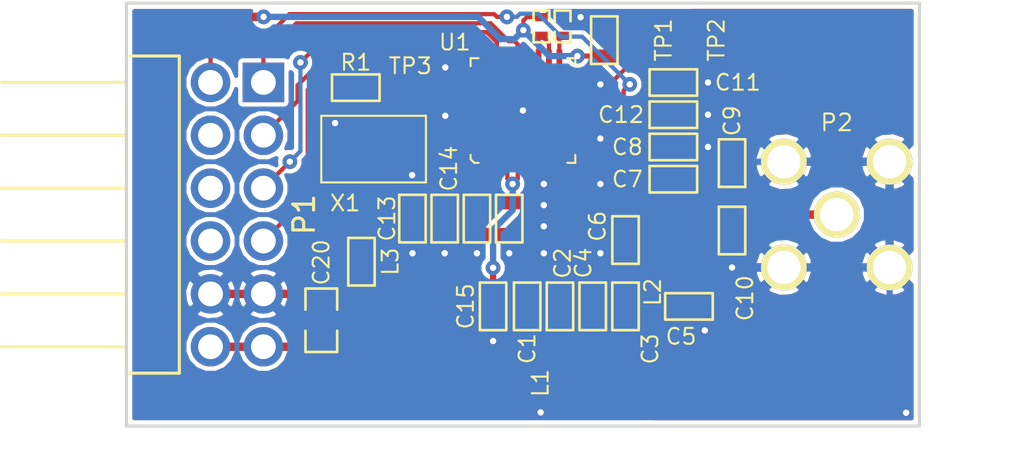
<source format=kicad_pcb>
(kicad_pcb (version 4) (host pcbnew 4.0.2+dfsg1-stable)

  (general
    (links 76)
    (no_connects 0)
    (area 123.222599 94.636399 176.55 118.860001)
    (thickness 1.6)
    (drawings 7)
    (tracks 332)
    (zones 0)
    (modules 32)
    (nets 32)
  )

  (page A4)
  (title_block
    (title "PMOD RFID interface")
    (date 2018-04-03)
    (company Agilack)
  )

  (layers
    (0 F.Cu signal)
    (31 B.Cu signal)
    (32 B.Adhes user)
    (33 F.Adhes user)
    (34 B.Paste user)
    (35 F.Paste user)
    (36 B.SilkS user)
    (37 F.SilkS user)
    (38 B.Mask user)
    (39 F.Mask user)
    (40 Dwgs.User user)
    (41 Cmts.User user)
    (42 Eco1.User user)
    (43 Eco2.User user)
    (44 Edge.Cuts user)
    (45 Margin user)
    (46 B.CrtYd user)
    (47 F.CrtYd user)
    (48 B.Fab user)
    (49 F.Fab user)
  )

  (setup
    (last_trace_width 0.25)
    (user_trace_width 0.2032)
    (user_trace_width 0.3048)
    (user_trace_width 0.4064)
    (trace_clearance 0.1524)
    (zone_clearance 0.2032)
    (zone_45_only no)
    (trace_min 0.2)
    (segment_width 0.2)
    (edge_width 0.15)
    (via_size 0.6)
    (via_drill 0.4)
    (via_min_size 0.4)
    (via_min_drill 0.3)
    (user_via 0.7112 0.3048)
    (uvia_size 0.3)
    (uvia_drill 0.1)
    (uvias_allowed no)
    (uvia_min_size 0.2)
    (uvia_min_drill 0.1)
    (pcb_text_width 0.3)
    (pcb_text_size 1.5 1.5)
    (mod_edge_width 0.15)
    (mod_text_size 1 1)
    (mod_text_width 0.15)
    (pad_size 1.9 2)
    (pad_drill 1.19)
    (pad_to_mask_clearance 0.2)
    (aux_axis_origin 0 0)
    (visible_elements FFFFFFFF)
    (pcbplotparams
      (layerselection 0x010ec_80000001)
      (usegerberextensions true)
      (excludeedgelayer true)
      (linewidth 0.100000)
      (plotframeref false)
      (viasonmask false)
      (mode 1)
      (useauxorigin false)
      (hpglpennumber 1)
      (hpglpenspeed 20)
      (hpglpendiameter 15)
      (hpglpenoverlay 2)
      (psnegative false)
      (psa4output false)
      (plotreference true)
      (plotvalue true)
      (plotinvisibletext false)
      (padsonsilk false)
      (subtractmaskfromsilk false)
      (outputformat 1)
      (mirror false)
      (drillshape 0)
      (scaleselection 1)
      (outputdirectory ../prod/))
  )

  (net 0 "")
  (net 1 "Net-(C1-Pad1)")
  (net 2 "Net-(C1-Pad2)")
  (net 3 "Net-(C3-Pad1)")
  (net 4 "Net-(C3-Pad2)")
  (net 5 SPI_CFG0)
  (net 6 "Net-(C10-Pad1)")
  (net 7 "Net-(C7-Pad2)")
  (net 8 "Net-(C11-Pad1)")
  (net 9 "Net-(C13-Pad1)")
  (net 10 "Net-(C15-Pad1)")
  (net 11 SPI_CFG1)
  (net 12 "Net-(P1-Pad9)")
  (net 13 "Net-(P1-Pad10)")
  (net 14 +Vrfid)
  (net 15 SPI_SCK)
  (net 16 "Net-(U1-Pad27)")
  (net 17 "Net-(R1-Pad2)")
  (net 18 "Net-(U1-Pad30)")
  (net 19 "Net-(U1-Pad31)")
  (net 20 "Net-(U1-Pad32)")
  (net 21 "Net-(TP2-Pad1)")
  (net 22 SPI_IT)
  (net 23 "Net-(TP1-Pad1)")
  (net 24 SPI_MOSI)
  (net 25 SPI_MISO)
  (net 26 "Net-(U1-Pad22)")
  (net 27 SPI_NSS)
  (net 28 "Net-(U1-Pad20)")
  (net 29 GND)
  (net 30 +3.3V)
  (net 31 RESET)

  (net_class Default "This is the default net class."
    (clearance 0.1524)
    (trace_width 0.25)
    (via_dia 0.6)
    (via_drill 0.4)
    (uvia_dia 0.3)
    (uvia_drill 0.1)
    (add_net +3.3V)
    (add_net +Vrfid)
    (add_net GND)
    (add_net "Net-(C1-Pad1)")
    (add_net "Net-(C1-Pad2)")
    (add_net "Net-(C10-Pad1)")
    (add_net "Net-(C11-Pad1)")
    (add_net "Net-(C13-Pad1)")
    (add_net "Net-(C15-Pad1)")
    (add_net "Net-(C3-Pad1)")
    (add_net "Net-(C3-Pad2)")
    (add_net "Net-(C7-Pad2)")
    (add_net "Net-(P1-Pad10)")
    (add_net "Net-(P1-Pad9)")
    (add_net "Net-(R1-Pad2)")
    (add_net "Net-(TP1-Pad1)")
    (add_net "Net-(TP2-Pad1)")
    (add_net "Net-(U1-Pad20)")
    (add_net "Net-(U1-Pad22)")
    (add_net "Net-(U1-Pad27)")
    (add_net "Net-(U1-Pad30)")
    (add_net "Net-(U1-Pad31)")
    (add_net "Net-(U1-Pad32)")
    (add_net RESET)
    (add_net SPI_CFG0)
    (add_net SPI_CFG1)
    (add_net SPI_IT)
    (add_net SPI_MISO)
    (add_net SPI_MOSI)
    (add_net SPI_NSS)
    (add_net SPI_SCK)
  )

  (module pmod-rfid:SMD0603 (layer F.Cu) (tedit 5A344C15) (tstamp 5A33E05F)
    (at 148.7043 109.4105 90)
    (path /5A33BBB5)
    (attr smd)
    (fp_text reference C1 (at -2.032 0 90) (layer F.SilkS)
      (effects (font (size 0.762 0.762) (thickness 0.1016)))
    )
    (fp_text value 1,5nF (at 0 0 90) (layer F.SilkS) hide
      (effects (font (size 0.20066 0.20066) (thickness 0.0508)))
    )
    (fp_line (start -1.143 -0.635) (end 1.143 -0.635) (layer F.SilkS) (width 0.127))
    (fp_line (start 1.143 -0.635) (end 1.143 0.635) (layer F.SilkS) (width 0.127))
    (fp_line (start 1.143 0.635) (end -1.143 0.635) (layer F.SilkS) (width 0.127))
    (fp_line (start -1.143 0.635) (end -1.143 -0.635) (layer F.SilkS) (width 0.127))
    (pad 1 smd rect (at -0.762 0 90) (size 0.635 1.143) (layers F.Cu F.Paste F.Mask)
      (net 1 "Net-(C1-Pad1)"))
    (pad 2 smd rect (at 0.762 0 90) (size 0.635 1.143) (layers F.Cu F.Paste F.Mask)
      (net 2 "Net-(C1-Pad2)"))
    (model smd/chip_cms.wrl
      (at (xyz 0 0 0))
      (scale (xyz 0.08 0.08 0.08))
      (rotate (xyz 0 0 0))
    )
  )

  (module pmod-rfid:SMD0603 (layer F.Cu) (tedit 5A344C44) (tstamp 5A33E069)
    (at 150.2791 109.4105 90)
    (path /5A33BC24)
    (attr smd)
    (fp_text reference C2 (at 2.0701 0.127 90) (layer F.SilkS)
      (effects (font (size 0.762 0.762) (thickness 0.1016)))
    )
    (fp_text value 1,5nF (at 0 0 90) (layer F.SilkS) hide
      (effects (font (size 0.20066 0.20066) (thickness 0.0508)))
    )
    (fp_line (start -1.143 -0.635) (end 1.143 -0.635) (layer F.SilkS) (width 0.127))
    (fp_line (start 1.143 -0.635) (end 1.143 0.635) (layer F.SilkS) (width 0.127))
    (fp_line (start 1.143 0.635) (end -1.143 0.635) (layer F.SilkS) (width 0.127))
    (fp_line (start -1.143 0.635) (end -1.143 -0.635) (layer F.SilkS) (width 0.127))
    (pad 1 smd rect (at -0.762 0 90) (size 0.635 1.143) (layers F.Cu F.Paste F.Mask)
      (net 1 "Net-(C1-Pad1)"))
    (pad 2 smd rect (at 0.762 0 90) (size 0.635 1.143) (layers F.Cu F.Paste F.Mask)
      (net 2 "Net-(C1-Pad2)"))
    (model smd/chip_cms.wrl
      (at (xyz 0 0 0))
      (scale (xyz 0.08 0.08 0.08))
      (rotate (xyz 0 0 0))
    )
  )

  (module pmod-rfid:SMD0603 (layer F.Cu) (tedit 5A344C99) (tstamp 5A33E073)
    (at 153.4287 109.4105 90)
    (path /5A33CB20)
    (attr smd)
    (fp_text reference C3 (at -2.0447 1.1811 90) (layer F.SilkS)
      (effects (font (size 0.762 0.762) (thickness 0.1016)))
    )
    (fp_text value 1,2nF (at 0 0 90) (layer F.SilkS) hide
      (effects (font (size 0.20066 0.20066) (thickness 0.0508)))
    )
    (fp_line (start -1.143 -0.635) (end 1.143 -0.635) (layer F.SilkS) (width 0.127))
    (fp_line (start 1.143 -0.635) (end 1.143 0.635) (layer F.SilkS) (width 0.127))
    (fp_line (start 1.143 0.635) (end -1.143 0.635) (layer F.SilkS) (width 0.127))
    (fp_line (start -1.143 0.635) (end -1.143 -0.635) (layer F.SilkS) (width 0.127))
    (pad 1 smd rect (at -0.762 0 90) (size 0.635 1.143) (layers F.Cu F.Paste F.Mask)
      (net 3 "Net-(C3-Pad1)"))
    (pad 2 smd rect (at 0.762 0 90) (size 0.635 1.143) (layers F.Cu F.Paste F.Mask)
      (net 4 "Net-(C3-Pad2)"))
    (model smd/chip_cms.wrl
      (at (xyz 0 0 0))
      (scale (xyz 0.08 0.08 0.08))
      (rotate (xyz 0 0 0))
    )
  )

  (module pmod-rfid:SMD0603 (layer F.Cu) (tedit 5A344C7E) (tstamp 5A33E07D)
    (at 151.8539 109.4105 270)
    (path /5A33CBAB)
    (attr smd)
    (fp_text reference C4 (at -2.0828 0.4572 270) (layer F.SilkS)
      (effects (font (size 0.762 0.762) (thickness 0.1016)))
    )
    (fp_text value 1,2nF (at 0 0 270) (layer F.SilkS) hide
      (effects (font (size 0.20066 0.20066) (thickness 0.0508)))
    )
    (fp_line (start -1.143 -0.635) (end 1.143 -0.635) (layer F.SilkS) (width 0.127))
    (fp_line (start 1.143 -0.635) (end 1.143 0.635) (layer F.SilkS) (width 0.127))
    (fp_line (start 1.143 0.635) (end -1.143 0.635) (layer F.SilkS) (width 0.127))
    (fp_line (start -1.143 0.635) (end -1.143 -0.635) (layer F.SilkS) (width 0.127))
    (pad 1 smd rect (at -0.762 0 270) (size 0.635 1.143) (layers F.Cu F.Paste F.Mask)
      (net 4 "Net-(C3-Pad2)"))
    (pad 2 smd rect (at 0.762 0 270) (size 0.635 1.143) (layers F.Cu F.Paste F.Mask)
      (net 29 GND))
    (model smd/chip_cms.wrl
      (at (xyz 0 0 0))
      (scale (xyz 0.08 0.08 0.08))
      (rotate (xyz 0 0 0))
    )
  )

  (module pmod-rfid:SMD0603 (layer F.Cu) (tedit 5A344C8A) (tstamp 5A33E087)
    (at 156.4767 109.4105)
    (path /5A33D155)
    (attr smd)
    (fp_text reference C5 (at -0.381 1.4478) (layer F.SilkS)
      (effects (font (size 0.762 0.762) (thickness 0.1016)))
    )
    (fp_text value 680pF (at 0 0) (layer F.SilkS) hide
      (effects (font (size 0.20066 0.20066) (thickness 0.0508)))
    )
    (fp_line (start -1.143 -0.635) (end 1.143 -0.635) (layer F.SilkS) (width 0.127))
    (fp_line (start 1.143 -0.635) (end 1.143 0.635) (layer F.SilkS) (width 0.127))
    (fp_line (start 1.143 0.635) (end -1.143 0.635) (layer F.SilkS) (width 0.127))
    (fp_line (start -1.143 0.635) (end -1.143 -0.635) (layer F.SilkS) (width 0.127))
    (pad 1 smd rect (at -0.762 0) (size 0.635 1.143) (layers F.Cu F.Paste F.Mask)
      (net 3 "Net-(C3-Pad1)"))
    (pad 2 smd rect (at 0.762 0) (size 0.635 1.143) (layers F.Cu F.Paste F.Mask)
      (net 29 GND))
    (model smd/chip_cms.wrl
      (at (xyz 0 0 0))
      (scale (xyz 0.08 0.08 0.08))
      (rotate (xyz 0 0 0))
    )
  )

  (module pmod-rfid:SMD0603 (layer F.Cu) (tedit 5A344BBF) (tstamp 5A33E091)
    (at 153.4287 106.2228 270)
    (path /5A33DD00)
    (attr smd)
    (fp_text reference C6 (at -0.6604 1.3462 270) (layer F.SilkS)
      (effects (font (size 0.762 0.762) (thickness 0.1016)))
    )
    (fp_text value 10pF (at 0 0 270) (layer F.SilkS) hide
      (effects (font (size 0.20066 0.20066) (thickness 0.0508)))
    )
    (fp_line (start -1.143 -0.635) (end 1.143 -0.635) (layer F.SilkS) (width 0.127))
    (fp_line (start 1.143 -0.635) (end 1.143 0.635) (layer F.SilkS) (width 0.127))
    (fp_line (start 1.143 0.635) (end -1.143 0.635) (layer F.SilkS) (width 0.127))
    (fp_line (start -1.143 0.635) (end -1.143 -0.635) (layer F.SilkS) (width 0.127))
    (pad 1 smd rect (at -0.762 0 270) (size 0.635 1.143) (layers F.Cu F.Paste F.Mask)
      (net 6 "Net-(C10-Pad1)"))
    (pad 2 smd rect (at 0.762 0 270) (size 0.635 1.143) (layers F.Cu F.Paste F.Mask)
      (net 3 "Net-(C3-Pad1)"))
    (model smd/chip_cms.wrl
      (at (xyz 0 0 0))
      (scale (xyz 0.08 0.08 0.08))
      (rotate (xyz 0 0 0))
    )
  )

  (module pmod-rfid:SMD0603 (layer F.Cu) (tedit 5A33F874) (tstamp 5A33E09B)
    (at 155.7274 103.3018 180)
    (path /5A33DF91)
    (attr smd)
    (fp_text reference C7 (at 2.2098 0 180) (layer F.SilkS)
      (effects (font (size 0.762 0.762) (thickness 0.1016)))
    )
    (fp_text value 220pF (at 0 0 180) (layer F.SilkS) hide
      (effects (font (size 0.20066 0.20066) (thickness 0.0508)))
    )
    (fp_line (start -1.143 -0.635) (end 1.143 -0.635) (layer F.SilkS) (width 0.127))
    (fp_line (start 1.143 -0.635) (end 1.143 0.635) (layer F.SilkS) (width 0.127))
    (fp_line (start 1.143 0.635) (end -1.143 0.635) (layer F.SilkS) (width 0.127))
    (fp_line (start -1.143 0.635) (end -1.143 -0.635) (layer F.SilkS) (width 0.127))
    (pad 1 smd rect (at -0.762 0 180) (size 0.635 1.143) (layers F.Cu F.Paste F.Mask)
      (net 6 "Net-(C10-Pad1)"))
    (pad 2 smd rect (at 0.762 0 180) (size 0.635 1.143) (layers F.Cu F.Paste F.Mask)
      (net 7 "Net-(C7-Pad2)"))
    (model smd/chip_cms.wrl
      (at (xyz 0 0 0))
      (scale (xyz 0.08 0.08 0.08))
      (rotate (xyz 0 0 0))
    )
  )

  (module pmod-rfid:SMD0603 (layer F.Cu) (tedit 5A33F8E9) (tstamp 5A33E0A5)
    (at 155.7274 101.7524)
    (path /5A33E066)
    (attr smd)
    (fp_text reference C8 (at -2.2098 0) (layer F.SilkS)
      (effects (font (size 0.762 0.762) (thickness 0.1016)))
    )
    (fp_text value 680pF (at 0 0) (layer F.SilkS) hide
      (effects (font (size 0.20066 0.20066) (thickness 0.0508)))
    )
    (fp_line (start -1.143 -0.635) (end 1.143 -0.635) (layer F.SilkS) (width 0.127))
    (fp_line (start 1.143 -0.635) (end 1.143 0.635) (layer F.SilkS) (width 0.127))
    (fp_line (start 1.143 0.635) (end -1.143 0.635) (layer F.SilkS) (width 0.127))
    (fp_line (start -1.143 0.635) (end -1.143 -0.635) (layer F.SilkS) (width 0.127))
    (pad 1 smd rect (at -0.762 0) (size 0.635 1.143) (layers F.Cu F.Paste F.Mask)
      (net 7 "Net-(C7-Pad2)"))
    (pad 2 smd rect (at 0.762 0) (size 0.635 1.143) (layers F.Cu F.Paste F.Mask)
      (net 29 GND))
    (model smd/chip_cms.wrl
      (at (xyz 0 0 0))
      (scale (xyz 0.08 0.08 0.08))
      (rotate (xyz 0 0 0))
    )
  )

  (module pmod-rfid:SMD0603 (layer F.Cu) (tedit 5A33F92A) (tstamp 5A33E0AF)
    (at 158.5468 102.5271 90)
    (path /5A33FC1D)
    (attr smd)
    (fp_text reference C9 (at 2.032 0 90) (layer F.SilkS)
      (effects (font (size 0.762 0.762) (thickness 0.1016)))
    )
    (fp_text value 100pF (at 0 0 90) (layer F.SilkS) hide
      (effects (font (size 0.20066 0.20066) (thickness 0.0508)))
    )
    (fp_line (start -1.143 -0.635) (end 1.143 -0.635) (layer F.SilkS) (width 0.127))
    (fp_line (start 1.143 -0.635) (end 1.143 0.635) (layer F.SilkS) (width 0.127))
    (fp_line (start 1.143 0.635) (end -1.143 0.635) (layer F.SilkS) (width 0.127))
    (fp_line (start -1.143 0.635) (end -1.143 -0.635) (layer F.SilkS) (width 0.127))
    (pad 1 smd rect (at -0.762 0 90) (size 0.635 1.143) (layers F.Cu F.Paste F.Mask)
      (net 6 "Net-(C10-Pad1)"))
    (pad 2 smd rect (at 0.762 0 90) (size 0.635 1.143) (layers F.Cu F.Paste F.Mask)
      (net 29 GND))
    (model smd/chip_cms.wrl
      (at (xyz 0 0 0))
      (scale (xyz 0.08 0.08 0.08))
      (rotate (xyz 0 0 0))
    )
  )

  (module pmod-rfid:SMD0603 (layer F.Cu) (tedit 5A33F97F) (tstamp 5A33E0B9)
    (at 158.5468 105.7656 270)
    (path /5A3406CF)
    (attr smd)
    (fp_text reference C10 (at 3.2512 -0.6223 270) (layer F.SilkS)
      (effects (font (size 0.762 0.762) (thickness 0.1016)))
    )
    (fp_text value 27pF (at 0 0 360) (layer F.SilkS) hide
      (effects (font (size 0.20066 0.20066) (thickness 0.0508)))
    )
    (fp_line (start -1.143 -0.635) (end 1.143 -0.635) (layer F.SilkS) (width 0.127))
    (fp_line (start 1.143 -0.635) (end 1.143 0.635) (layer F.SilkS) (width 0.127))
    (fp_line (start 1.143 0.635) (end -1.143 0.635) (layer F.SilkS) (width 0.127))
    (fp_line (start -1.143 0.635) (end -1.143 -0.635) (layer F.SilkS) (width 0.127))
    (pad 1 smd rect (at -0.762 0 270) (size 0.635 1.143) (layers F.Cu F.Paste F.Mask)
      (net 6 "Net-(C10-Pad1)"))
    (pad 2 smd rect (at 0.762 0 270) (size 0.635 1.143) (layers F.Cu F.Paste F.Mask)
      (net 29 GND))
    (model smd/chip_cms.wrl
      (at (xyz 0 0 0))
      (scale (xyz 0.08 0.08 0.08))
      (rotate (xyz 0 0 0))
    )
  )

  (module pmod-rfid:SMD0603 (layer F.Cu) (tedit 5A344833) (tstamp 5A33E0C3)
    (at 155.7274 98.6536)
    (path /5A33E4E6)
    (attr smd)
    (fp_text reference C11 (at 3.0988 0) (layer F.SilkS)
      (effects (font (size 0.762 0.762) (thickness 0.1016)))
    )
    (fp_text value 2,2uF (at 0 0) (layer F.SilkS) hide
      (effects (font (size 0.20066 0.20066) (thickness 0.0508)))
    )
    (fp_line (start -1.143 -0.635) (end 1.143 -0.635) (layer F.SilkS) (width 0.127))
    (fp_line (start 1.143 -0.635) (end 1.143 0.635) (layer F.SilkS) (width 0.127))
    (fp_line (start 1.143 0.635) (end -1.143 0.635) (layer F.SilkS) (width 0.127))
    (fp_line (start -1.143 0.635) (end -1.143 -0.635) (layer F.SilkS) (width 0.127))
    (pad 1 smd rect (at -0.762 0) (size 0.635 1.143) (layers F.Cu F.Paste F.Mask)
      (net 8 "Net-(C11-Pad1)"))
    (pad 2 smd rect (at 0.762 0) (size 0.635 1.143) (layers F.Cu F.Paste F.Mask)
      (net 29 GND))
    (model smd/chip_cms.wrl
      (at (xyz 0 0 0))
      (scale (xyz 0.08 0.08 0.08))
      (rotate (xyz 0 0 0))
    )
  )

  (module pmod-rfid:SMD0603 (layer F.Cu) (tedit 5A33F905) (tstamp 5A33E0CD)
    (at 155.7274 100.203)
    (path /5A33E491)
    (attr smd)
    (fp_text reference C12 (at -2.5146 0) (layer F.SilkS)
      (effects (font (size 0.762 0.762) (thickness 0.1016)))
    )
    (fp_text value 10nF (at 0 0) (layer F.SilkS) hide
      (effects (font (size 0.20066 0.20066) (thickness 0.0508)))
    )
    (fp_line (start -1.143 -0.635) (end 1.143 -0.635) (layer F.SilkS) (width 0.127))
    (fp_line (start 1.143 -0.635) (end 1.143 0.635) (layer F.SilkS) (width 0.127))
    (fp_line (start 1.143 0.635) (end -1.143 0.635) (layer F.SilkS) (width 0.127))
    (fp_line (start -1.143 0.635) (end -1.143 -0.635) (layer F.SilkS) (width 0.127))
    (pad 1 smd rect (at -0.762 0) (size 0.635 1.143) (layers F.Cu F.Paste F.Mask)
      (net 8 "Net-(C11-Pad1)"))
    (pad 2 smd rect (at 0.762 0) (size 0.635 1.143) (layers F.Cu F.Paste F.Mask)
      (net 29 GND))
    (model smd/chip_cms.wrl
      (at (xyz 0 0 0))
      (scale (xyz 0.08 0.08 0.08))
      (rotate (xyz 0 0 0))
    )
  )

  (module pmod-rfid:SMD0603 (layer F.Cu) (tedit 5A3464D1) (tstamp 5A33E0D7)
    (at 143.1925 105.1941 270)
    (path /5A33C0E7)
    (attr smd)
    (fp_text reference C13 (at -0.0041 1.2225 270) (layer F.SilkS)
      (effects (font (size 0.762 0.762) (thickness 0.1016)))
    )
    (fp_text value 2,2uF (at 0 0 270) (layer F.SilkS) hide
      (effects (font (size 0.20066 0.20066) (thickness 0.0508)))
    )
    (fp_line (start -1.143 -0.635) (end 1.143 -0.635) (layer F.SilkS) (width 0.127))
    (fp_line (start 1.143 -0.635) (end 1.143 0.635) (layer F.SilkS) (width 0.127))
    (fp_line (start 1.143 0.635) (end -1.143 0.635) (layer F.SilkS) (width 0.127))
    (fp_line (start -1.143 0.635) (end -1.143 -0.635) (layer F.SilkS) (width 0.127))
    (pad 1 smd rect (at -0.762 0 270) (size 0.635 1.143) (layers F.Cu F.Paste F.Mask)
      (net 9 "Net-(C13-Pad1)"))
    (pad 2 smd rect (at 0.762 0 270) (size 0.635 1.143) (layers F.Cu F.Paste F.Mask)
      (net 29 GND))
    (model smd/chip_cms.wrl
      (at (xyz 0 0 0))
      (scale (xyz 0.08 0.08 0.08))
      (rotate (xyz 0 0 0))
    )
  )

  (module pmod-rfid:SMD0603 (layer F.Cu) (tedit 5A3464EC) (tstamp 5A33E0E1)
    (at 144.7419 105.1941 270)
    (path /5A33C0A0)
    (attr smd)
    (fp_text reference C14 (at -2.4041 -0.1981 270) (layer F.SilkS)
      (effects (font (size 0.762 0.762) (thickness 0.1016)))
    )
    (fp_text value 10nF (at 0 0 270) (layer F.SilkS) hide
      (effects (font (size 0.20066 0.20066) (thickness 0.0508)))
    )
    (fp_line (start -1.143 -0.635) (end 1.143 -0.635) (layer F.SilkS) (width 0.127))
    (fp_line (start 1.143 -0.635) (end 1.143 0.635) (layer F.SilkS) (width 0.127))
    (fp_line (start 1.143 0.635) (end -1.143 0.635) (layer F.SilkS) (width 0.127))
    (fp_line (start -1.143 0.635) (end -1.143 -0.635) (layer F.SilkS) (width 0.127))
    (pad 1 smd rect (at -0.762 0 270) (size 0.635 1.143) (layers F.Cu F.Paste F.Mask)
      (net 9 "Net-(C13-Pad1)"))
    (pad 2 smd rect (at 0.762 0 270) (size 0.635 1.143) (layers F.Cu F.Paste F.Mask)
      (net 29 GND))
    (model smd/chip_cms.wrl
      (at (xyz 0 0 0))
      (scale (xyz 0.08 0.08 0.08))
      (rotate (xyz 0 0 0))
    )
  )

  (module pmod-rfid:SMD0603 (layer F.Cu) (tedit 5A344C29) (tstamp 5A33E0EB)
    (at 147.066 109.4105 270)
    (path /5A341D2A)
    (attr smd)
    (fp_text reference C15 (at 0 1.3208 270) (layer F.SilkS)
      (effects (font (size 0.762 0.762) (thickness 0.1016)))
    )
    (fp_text value 2,2uF (at 0 0 270) (layer F.SilkS) hide
      (effects (font (size 0.20066 0.20066) (thickness 0.0508)))
    )
    (fp_line (start -1.143 -0.635) (end 1.143 -0.635) (layer F.SilkS) (width 0.127))
    (fp_line (start 1.143 -0.635) (end 1.143 0.635) (layer F.SilkS) (width 0.127))
    (fp_line (start 1.143 0.635) (end -1.143 0.635) (layer F.SilkS) (width 0.127))
    (fp_line (start -1.143 0.635) (end -1.143 -0.635) (layer F.SilkS) (width 0.127))
    (pad 1 smd rect (at -0.762 0 270) (size 0.635 1.143) (layers F.Cu F.Paste F.Mask)
      (net 10 "Net-(C15-Pad1)"))
    (pad 2 smd rect (at 0.762 0 270) (size 0.635 1.143) (layers F.Cu F.Paste F.Mask)
      (net 29 GND))
    (model smd/chip_cms.wrl
      (at (xyz 0 0 0))
      (scale (xyz 0.08 0.08 0.08))
      (rotate (xyz 0 0 0))
    )
  )

  (module pmod-rfid:SMD0603 (layer F.Cu) (tedit 5950E543) (tstamp 5A33E0F5)
    (at 147.8407 105.1941 270)
    (path /5A341DC9)
    (attr smd)
    (fp_text reference C16 (at 0 -1.1557 270) (layer F.SilkS) hide
      (effects (font (size 0.5 0.5) (thickness 0.1016)))
    )
    (fp_text value 10nF (at 0 0 270) (layer F.SilkS) hide
      (effects (font (size 0.20066 0.20066) (thickness 0.0508)))
    )
    (fp_line (start -1.143 -0.635) (end 1.143 -0.635) (layer F.SilkS) (width 0.127))
    (fp_line (start 1.143 -0.635) (end 1.143 0.635) (layer F.SilkS) (width 0.127))
    (fp_line (start 1.143 0.635) (end -1.143 0.635) (layer F.SilkS) (width 0.127))
    (fp_line (start -1.143 0.635) (end -1.143 -0.635) (layer F.SilkS) (width 0.127))
    (pad 1 smd rect (at -0.762 0 270) (size 0.635 1.143) (layers F.Cu F.Paste F.Mask)
      (net 10 "Net-(C15-Pad1)"))
    (pad 2 smd rect (at 0.762 0 270) (size 0.635 1.143) (layers F.Cu F.Paste F.Mask)
      (net 29 GND))
    (model smd/chip_cms.wrl
      (at (xyz 0 0 0))
      (scale (xyz 0.08 0.08 0.08))
      (rotate (xyz 0 0 0))
    )
  )

  (module pmod-rfid:CONN_PMOD-Male (layer F.Cu) (tedit 5A43B6CE) (tstamp 5A33E105)
    (at 133.49 105 90)
    (path /5A33ACBD)
    (fp_text reference P1 (at 0 4.4958 90) (layer F.SilkS)
      (effects (font (size 1 1) (thickness 0.15)))
    )
    (fp_text value PMOD (at 0 -2.77 90) (layer F.Fab)
      (effects (font (size 1 1) (thickness 0.15)))
    )
    (fp_line (start 6.35 -10.04) (end 6.35 -4.04) (layer F.SilkS) (width 0.15))
    (fp_line (start 3.81 -10.04) (end 3.81 -4.04) (layer F.SilkS) (width 0.15))
    (fp_line (start 1.27 -10.04) (end 1.27 -4.04) (layer F.SilkS) (width 0.15))
    (fp_line (start -1.27 -10.04) (end -1.27 -4.04) (layer F.SilkS) (width 0.15))
    (fp_line (start -3.81 -10.04) (end -3.81 -4.04) (layer F.SilkS) (width 0.15))
    (fp_line (start -6.35 -10.04) (end -6.35 -4.04) (layer F.SilkS) (width 0.15))
    (fp_line (start -7.62 -1.5) (end 7.62 -1.5) (layer F.SilkS) (width 0.15))
    (fp_line (start 7.62 -1.5) (end 7.62 -4.04) (layer F.SilkS) (width 0.15))
    (fp_line (start 7.62 -4.04) (end -7.62 -4.04) (layer F.SilkS) (width 0.15))
    (fp_line (start -7.62 -1.5) (end -7.62 -4.04) (layer F.SilkS) (width 0.15))
    (pad 1 thru_hole rect (at 6.35 2.54 90) (size 1.9 2) (drill 1.19) (layers *.Cu *.Mask)
      (net 27 SPI_NSS))
    (pad 2 thru_hole circle (at 3.81 2.54 90) (size 1.9 1.9) (drill 1.19) (layers *.Cu *.Mask)
      (net 24 SPI_MOSI))
    (pad 3 thru_hole circle (at 1.27 2.54 90) (size 1.9 1.9) (drill 1.19) (layers *.Cu *.Mask)
      (net 25 SPI_MISO))
    (pad 4 thru_hole circle (at -1.27 2.54 90) (size 1.9 1.9) (drill 1.19) (layers *.Cu *.Mask)
      (net 15 SPI_SCK))
    (pad 5 thru_hole circle (at -3.81 2.54 90) (size 1.9 1.9) (drill 1.19) (layers *.Cu *.Mask)
      (net 29 GND))
    (pad 6 thru_hole circle (at -6.35 2.54 90) (size 1.9 1.9) (drill 1.19) (layers *.Cu *.Mask)
      (net 30 +3.3V))
    (pad 7 thru_hole circle (at 6.35 0 90) (size 1.9 1.9) (drill 1.19) (layers *.Cu *.Mask)
      (net 22 SPI_IT))
    (pad 8 thru_hole circle (at 3.81 0 90) (size 1.9 1.9) (drill 1.19) (layers *.Cu *.Mask)
      (net 31 RESET))
    (pad 9 thru_hole circle (at 1.27 0 90) (size 1.9 1.9) (drill 1.19) (layers *.Cu *.Mask)
      (net 12 "Net-(P1-Pad9)"))
    (pad 10 thru_hole circle (at -1.27 0 90) (size 1.9 1.9) (drill 1.19) (layers *.Cu *.Mask)
      (net 13 "Net-(P1-Pad10)"))
    (pad 11 thru_hole circle (at -3.81 0 90) (size 1.9 1.9) (drill 1.19) (layers *.Cu *.Mask)
      (net 29 GND))
    (pad 12 thru_hole circle (at -6.35 0 90) (size 1.9 1.9) (drill 1.19) (layers *.Cu *.Mask)
      (net 30 +3.3V))
  )

  (module pmod-rfid:QFN32 locked (layer F.Cu) (tedit 5A3446F5) (tstamp 5A33E133)
    (at 148.5 100)
    (descr "Support CMS QFN 40 pins")
    (tags "CMS Plcc")
    (path /5A33ADB8)
    (attr smd)
    (fp_text reference U1 (at -3.2755 -3.2768) (layer F.SilkS)
      (effects (font (size 0.762 0.762) (thickness 0.1016)))
    )
    (fp_text value TRF7970 (at 0.0011 1.727) (layer F.SilkS) hide
      (effects (font (size 0.2 0.2) (thickness 0.05)))
    )
    (fp_line (start -2.1336 2.5146) (end -2.3368 2.5146) (layer F.SilkS) (width 0.1016))
    (fp_line (start -2.3368 2.5146) (end -2.5146 2.3368) (layer F.SilkS) (width 0.1016))
    (fp_line (start -2.5146 2.3368) (end -2.5146 2.1336) (layer F.SilkS) (width 0.1016))
    (fp_line (start -2.5146 -2.5146) (end -2.5146 -2.1336) (layer F.SilkS) (width 0.1016))
    (fp_line (start -2.5146 -2.5146) (end -2.1336 -2.5146) (layer F.SilkS) (width 0.1016))
    (fp_line (start 2.5146 -2.5146) (end 2.1336 -2.5146) (layer F.SilkS) (width 0.1016))
    (fp_line (start 2.5146 -2.5146) (end 2.5146 -2.1336) (layer F.SilkS) (width 0.1016))
    (fp_line (start 2.5146 2.5146) (end 2.5146 2.1336) (layer F.SilkS) (width 0.1016))
    (fp_line (start 2.5146 2.5146) (end 2.1336 2.5146) (layer F.SilkS) (width 0.1016))
    (pad 16 smd rect (at 2.49936 -1.75006 90) (size 0.2794 0.8509) (layers F.Cu F.Paste F.Mask)
      (net 14 +Vrfid))
    (pad 17 smd rect (at 1.75006 -2.49936) (size 0.2794 0.8509) (layers F.Cu F.Paste F.Mask)
      (net 5 SPI_CFG0))
    (pad 25 smd rect (at -2.49936 -1.75006 90) (size 0.2794 0.8509) (layers F.Cu F.Paste F.Mask)
      (net 29 GND))
    (pad 26 smd rect (at -2.49936 -1.24968 90) (size 0.2794 0.8509) (layers F.Cu F.Paste F.Mask)
      (net 15 SPI_SCK))
    (pad 27 smd rect (at -2.49936 -0.7493 90) (size 0.2794 0.8509) (layers F.Cu F.Paste F.Mask)
      (net 16 "Net-(U1-Pad27)"))
    (pad 28 smd rect (at -2.49936 -0.24892 90) (size 0.2794 0.8509) (layers F.Cu F.Paste F.Mask)
      (net 17 "Net-(R1-Pad2)"))
    (pad 30 smd rect (at -2.49936 0.7493 90) (size 0.2794 0.8509) (layers F.Cu F.Paste F.Mask)
      (net 18 "Net-(U1-Pad30)"))
    (pad 31 smd rect (at -2.49936 1.24968 90) (size 0.2794 0.8509) (layers F.Cu F.Paste F.Mask)
      (net 19 "Net-(U1-Pad31)"))
    (pad 5 smd rect (at 0.24892 2.49936) (size 0.2794 0.8509) (layers F.Cu F.Paste F.Mask)
      (net 2 "Net-(C1-Pad2)"))
    (pad 32 smd rect (at -2.49936 1.75006 90) (size 0.2794 0.8509) (layers F.Cu F.Paste F.Mask)
      (net 20 "Net-(U1-Pad32)"))
    (pad 1 smd rect (at -1.75006 2.49936) (size 0.2794 0.8509) (layers F.Cu F.Paste F.Mask)
      (net 9 "Net-(C13-Pad1)"))
    (pad 2 smd rect (at -1.24968 2.49936) (size 0.2794 0.8509) (layers F.Cu F.Paste F.Mask)
      (net 14 +Vrfid))
    (pad 3 smd rect (at -0.7493 2.49936) (size 0.2794 0.8509) (layers F.Cu F.Paste F.Mask)
      (net 10 "Net-(C15-Pad1)"))
    (pad 4 smd rect (at -0.24892 2.49936) (size 0.2794 0.8509) (layers F.Cu F.Paste F.Mask)
      (net 10 "Net-(C15-Pad1)"))
    (pad 6 smd rect (at 0.7493 2.49936) (size 0.2794 0.8509) (layers F.Cu F.Paste F.Mask)
      (net 29 GND))
    (pad 7 smd rect (at 1.24968 2.49936) (size 0.2794 0.8509) (layers F.Cu F.Paste F.Mask)
      (net 29 GND))
    (pad 8 smd rect (at 1.75006 2.49936) (size 0.2794 0.8509) (layers F.Cu F.Paste F.Mask)
      (net 4 "Net-(C3-Pad2)"))
    (pad 9 smd rect (at 2.49936 1.75006 90) (size 0.2794 0.8509) (layers F.Cu F.Paste F.Mask)
      (net 7 "Net-(C7-Pad2)"))
    (pad 10 smd rect (at 2.49936 1.24968 90) (size 0.2794 0.8509) (layers F.Cu F.Paste F.Mask)
      (net 29 GND))
    (pad 11 smd rect (at 2.49936 0.7493 90) (size 0.2794 0.8509) (layers F.Cu F.Paste F.Mask)
      (net 8 "Net-(C11-Pad1)"))
    (pad 12 smd rect (at 2.49936 0.24892 90) (size 0.2794 0.8509) (layers F.Cu F.Paste F.Mask)
      (net 21 "Net-(TP2-Pad1)"))
    (pad 13 smd rect (at 2.49936 -0.24892 90) (size 0.2794 0.8509) (layers F.Cu F.Paste F.Mask)
      (net 22 SPI_IT))
    (pad 14 smd rect (at 2.49936 -0.7493 90) (size 0.2794 0.8509) (layers F.Cu F.Paste F.Mask)
      (net 23 "Net-(TP1-Pad1)"))
    (pad 15 smd rect (at 2.49936 -1.24968 90) (size 0.2794 0.8509) (layers F.Cu F.Paste F.Mask)
      (net 29 GND))
    (pad PAD smd rect (at 0 0) (size 2.99974 2.99974) (layers F.Cu F.Paste F.Mask)
      (net 29 GND))
    (pad 29 smd rect (at -2.49936 0.24892 90) (size 0.2794 0.8509) (layers F.Cu F.Paste F.Mask)
      (net 29 GND))
    (pad 24 smd rect (at -1.75006 -2.49936) (size 0.2794 0.8509) (layers F.Cu F.Paste F.Mask)
      (net 24 SPI_MOSI))
    (pad 23 smd rect (at -1.24968 -2.49936) (size 0.2794 0.8509) (layers F.Cu F.Paste F.Mask)
      (net 25 SPI_MISO))
    (pad 22 smd rect (at -0.7493 -2.49936) (size 0.2794 0.8509) (layers F.Cu F.Paste F.Mask)
      (net 26 "Net-(U1-Pad22)"))
    (pad 21 smd rect (at -0.24892 -2.49936) (size 0.2794 0.8509) (layers F.Cu F.Paste F.Mask)
      (net 27 SPI_NSS))
    (pad 20 smd rect (at 0.24892 -2.49936) (size 0.2794 0.8509) (layers F.Cu F.Paste F.Mask)
      (net 28 "Net-(U1-Pad20)"))
    (pad 19 smd rect (at 0.7493 -2.49936) (size 0.2794 0.8509) (layers F.Cu F.Paste F.Mask)
      (net 11 SPI_CFG1))
    (pad 18 smd rect (at 1.24968 -2.49936) (size 0.2794 0.8509) (layers F.Cu F.Paste F.Mask)
      (net 11 SPI_CFG1))
  )

  (module pmod-rfid:SMD0603 (layer F.Cu) (tedit 5950E543) (tstamp 5A33E239)
    (at 152.41 96.62 90)
    (path /5A3471D7)
    (attr smd)
    (fp_text reference C18 (at 0 -1.1557 90) (layer F.SilkS) hide
      (effects (font (size 0.5 0.5) (thickness 0.1016)))
    )
    (fp_text value 100nF (at 0 0 90) (layer F.SilkS) hide
      (effects (font (size 0.20066 0.20066) (thickness 0.0508)))
    )
    (fp_line (start -1.143 -0.635) (end 1.143 -0.635) (layer F.SilkS) (width 0.127))
    (fp_line (start 1.143 -0.635) (end 1.143 0.635) (layer F.SilkS) (width 0.127))
    (fp_line (start 1.143 0.635) (end -1.143 0.635) (layer F.SilkS) (width 0.127))
    (fp_line (start -1.143 0.635) (end -1.143 -0.635) (layer F.SilkS) (width 0.127))
    (pad 1 smd rect (at -0.762 0 90) (size 0.635 1.143) (layers F.Cu F.Paste F.Mask)
      (net 14 +Vrfid))
    (pad 2 smd rect (at 0.762 0 90) (size 0.635 1.143) (layers F.Cu F.Paste F.Mask)
      (net 29 GND))
    (model smd/chip_cms.wrl
      (at (xyz 0 0 0))
      (scale (xyz 0.08 0.08 0.08))
      (rotate (xyz 0 0 0))
    )
  )

  (module pmod-rfid:I_1008CS locked (layer F.Cu) (tedit 5A344C5C) (tstamp 5A33E54C)
    (at 151.8539 112.649)
    (path /5A33BE84)
    (fp_text reference L1 (at -2.5146 0.4445 90) (layer F.SilkS)
      (effects (font (size 0.762 0.762) (thickness 0.1016)))
    )
    (fp_text value INDUCTOR (at 0 0 90) (layer F.SilkS) hide
      (effects (font (size 0.508 0.508) (thickness 0.127)))
    )
    (pad 1 smd rect (at -1.145 0) (size 1.02 2.54) (layers F.Cu F.Paste F.Mask)
      (net 1 "Net-(C1-Pad1)"))
    (pad 2 smd rect (at 1.145 0) (size 1.02 2.54) (layers F.Cu F.Paste F.Mask)
      (net 3 "Net-(C3-Pad1)"))
  )

  (module pmod-rfid:I_1008CS (layer F.Cu) (tedit 5A33F780) (tstamp 5A33E552)
    (at 155.7274 106.2228 90)
    (path /5A33DC81)
    (fp_text reference L2 (at -2.5019 -0.9906 90) (layer F.SilkS)
      (effects (font (size 0.762 0.762) (thickness 0.1016)))
    )
    (fp_text value 330nH (at 0 0 180) (layer F.SilkS) hide
      (effects (font (size 0.508 0.508) (thickness 0.127)))
    )
    (pad 1 smd rect (at -1.145 0 90) (size 1.02 2.54) (layers F.Cu F.Paste F.Mask)
      (net 3 "Net-(C3-Pad1)"))
    (pad 2 smd rect (at 1.145 0 90) (size 1.02 2.54) (layers F.Cu F.Paste F.Mask)
      (net 6 "Net-(C10-Pad1)"))
  )

  (module pmod-rfid:TP_SMD (layer F.Cu) (tedit 5A344800) (tstamp 5A33E557)
    (at 153.9494 96.6089)
    (path /5A33EB46)
    (fp_text reference TP1 (at 1.3081 0 90) (layer F.SilkS)
      (effects (font (size 0.762 0.762) (thickness 0.1016)))
    )
    (fp_text value CONN_1 (at 0 1.016) (layer F.SilkS) hide
      (effects (font (size 0.20066 0.20066) (thickness 0.04826)))
    )
    (pad 1 smd circle (at 0 0) (size 1.19888 1.19888) (layers F.Cu F.Paste F.Mask)
      (net 23 "Net-(TP1-Pad1)"))
  )

  (module pmod-rfid:TP_SMD (layer F.Cu) (tedit 5A344814) (tstamp 5A33E55C)
    (at 156.4894 96.6089)
    (path /5A33EBEB)
    (fp_text reference TP2 (at 1.3081 0 90) (layer F.SilkS)
      (effects (font (size 0.762 0.762) (thickness 0.1016)))
    )
    (fp_text value CONN_1 (at 0 1.016) (layer F.SilkS) hide
      (effects (font (size 0.20066 0.20066) (thickness 0.04826)))
    )
    (pad 1 smd circle (at 0 0) (size 1.19888 1.19888) (layers F.Cu F.Paste F.Mask)
      (net 21 "Net-(TP2-Pad1)"))
  )

  (module pmod-rfid:CONN_SMA_RA locked (layer F.Cu) (tedit 51EE86B5) (tstamp 5A33F47D)
    (at 163.576 105)
    (path /5A33B005)
    (fp_text reference P2 (at 0 -4.4196) (layer F.SilkS)
      (effects (font (size 0.8001 0.8001) (thickness 0.1016)))
    )
    (fp_text value ANTENNA (at 0 1.8542) (layer F.SilkS) hide
      (effects (font (size 0.635 0.635) (thickness 0.09906)))
    )
    (pad 2 thru_hole circle (at -2.54 -2.54) (size 2.19964 2.19964) (drill 1.6002) (layers *.Cu *.Mask F.SilkS)
      (net 29 GND))
    (pad 2 thru_hole circle (at 2.54 -2.54) (size 2.19964 2.19964) (drill 1.6002) (layers *.Cu *.Mask F.SilkS)
      (net 29 GND))
    (pad 2 thru_hole circle (at -2.54 2.54) (size 2.19964 2.19964) (drill 1.6002) (layers *.Cu *.Mask F.SilkS)
      (net 29 GND))
    (pad 2 thru_hole circle (at 2.54 2.54) (size 2.19964 2.19964) (drill 1.6002) (layers *.Cu *.Mask F.SilkS)
      (net 29 GND))
    (pad 1 thru_hole circle (at 0 0) (size 2.19964 2.19964) (drill 1.6002) (layers *.Cu *.Mask F.SilkS)
      (net 6 "Net-(C10-Pad1)"))
  )

  (module pmod-rfid:SMD0603 (layer F.Cu) (tedit 5950E543) (tstamp 5A343DFA)
    (at 146.2913 105.1941 270)
    (path /5A348948)
    (attr smd)
    (fp_text reference C19 (at 0 -1.1557 270) (layer F.SilkS) hide
      (effects (font (size 0.5 0.5) (thickness 0.1016)))
    )
    (fp_text value 100nF (at 0 0 270) (layer F.SilkS) hide
      (effects (font (size 0.20066 0.20066) (thickness 0.0508)))
    )
    (fp_line (start -1.143 -0.635) (end 1.143 -0.635) (layer F.SilkS) (width 0.127))
    (fp_line (start 1.143 -0.635) (end 1.143 0.635) (layer F.SilkS) (width 0.127))
    (fp_line (start 1.143 0.635) (end -1.143 0.635) (layer F.SilkS) (width 0.127))
    (fp_line (start -1.143 0.635) (end -1.143 -0.635) (layer F.SilkS) (width 0.127))
    (pad 1 smd rect (at -0.762 0 270) (size 0.635 1.143) (layers F.Cu F.Paste F.Mask)
      (net 14 +Vrfid))
    (pad 2 smd rect (at 0.762 0 270) (size 0.635 1.143) (layers F.Cu F.Paste F.Mask)
      (net 29 GND))
    (model smd/chip_cms.wrl
      (at (xyz 0 0 0))
      (scale (xyz 0.08 0.08 0.08))
      (rotate (xyz 0 0 0))
    )
  )

  (module pmod-rfid:SMD0805 (layer F.Cu) (tedit 5A3449E6) (tstamp 5A343E00)
    (at 138.8137 110.077 90)
    (path /5A349D1E)
    (attr smd)
    (fp_text reference C20 (at 2.7813 0 90) (layer F.SilkS)
      (effects (font (size 0.762 0.762) (thickness 0.1016)))
    )
    (fp_text value C (at 0 0 90) (layer F.SilkS) hide
      (effects (font (size 0.635 0.635) (thickness 0.127)))
    )
    (fp_line (start -0.508 0.762) (end -1.524 0.762) (layer F.SilkS) (width 0.127))
    (fp_line (start -1.524 0.762) (end -1.524 -0.762) (layer F.SilkS) (width 0.127))
    (fp_line (start -1.524 -0.762) (end -0.508 -0.762) (layer F.SilkS) (width 0.127))
    (fp_line (start 0.508 -0.762) (end 1.524 -0.762) (layer F.SilkS) (width 0.127))
    (fp_line (start 1.524 -0.762) (end 1.524 0.762) (layer F.SilkS) (width 0.127))
    (fp_line (start 1.524 0.762) (end 0.508 0.762) (layer F.SilkS) (width 0.127))
    (pad 1 smd rect (at -0.9525 0 90) (size 0.889 1.397) (layers F.Cu F.Paste F.Mask)
      (net 30 +3.3V))
    (pad 2 smd rect (at 0.9525 0 90) (size 0.889 1.397) (layers F.Cu F.Paste F.Mask)
      (net 29 GND))
    (model smd/chip_cms.wrl
      (at (xyz 0 0 0))
      (scale (xyz 0.1 0.1 0.1))
      (rotate (xyz 0 0 0))
    )
  )

  (module pmod-rfid:SMD0603 (layer F.Cu) (tedit 5A3464B8) (tstamp 5A343E06)
    (at 140.7414 107.2642 90)
    (path /5A348FDF)
    (attr smd)
    (fp_text reference L3 (at 0.0042 1.3886 90) (layer F.SilkS)
      (effects (font (size 0.762 0.762) (thickness 0.1016)))
    )
    (fp_text value FB1000 (at 0 0 90) (layer F.SilkS) hide
      (effects (font (size 0.20066 0.20066) (thickness 0.0508)))
    )
    (fp_line (start -1.143 -0.635) (end 1.143 -0.635) (layer F.SilkS) (width 0.127))
    (fp_line (start 1.143 -0.635) (end 1.143 0.635) (layer F.SilkS) (width 0.127))
    (fp_line (start 1.143 0.635) (end -1.143 0.635) (layer F.SilkS) (width 0.127))
    (fp_line (start -1.143 0.635) (end -1.143 -0.635) (layer F.SilkS) (width 0.127))
    (pad 1 smd rect (at -0.762 0 90) (size 0.635 1.143) (layers F.Cu F.Paste F.Mask)
      (net 30 +3.3V))
    (pad 2 smd rect (at 0.762 0 90) (size 0.635 1.143) (layers F.Cu F.Paste F.Mask)
      (net 14 +Vrfid))
    (model smd/chip_cms.wrl
      (at (xyz 0 0 0))
      (scale (xyz 0.08 0.08 0.08))
      (rotate (xyz 0 0 0))
    )
  )

  (module pmod-rfid:SMD0603 (layer F.Cu) (tedit 5A346507) (tstamp 5A343E0C)
    (at 140.47 98.9)
    (path /5A34538C)
    (attr smd)
    (fp_text reference R1 (at 0 -1.21) (layer F.SilkS)
      (effects (font (size 0.762 0.762) (thickness 0.1016)))
    )
    (fp_text value 10k (at 0 0) (layer F.SilkS) hide
      (effects (font (size 0.20066 0.20066) (thickness 0.0508)))
    )
    (fp_line (start -1.143 -0.635) (end 1.143 -0.635) (layer F.SilkS) (width 0.127))
    (fp_line (start 1.143 -0.635) (end 1.143 0.635) (layer F.SilkS) (width 0.127))
    (fp_line (start 1.143 0.635) (end -1.143 0.635) (layer F.SilkS) (width 0.127))
    (fp_line (start -1.143 0.635) (end -1.143 -0.635) (layer F.SilkS) (width 0.127))
    (pad 1 smd rect (at -0.762 0) (size 0.635 1.143) (layers F.Cu F.Paste F.Mask)
      (net 29 GND))
    (pad 2 smd rect (at 0.762 0) (size 0.635 1.143) (layers F.Cu F.Paste F.Mask)
      (net 17 "Net-(R1-Pad2)"))
    (model smd/chip_cms.wrl
      (at (xyz 0 0 0))
      (scale (xyz 0.08 0.08 0.08))
      (rotate (xyz 0 0 0))
    )
  )

  (module pmod-rfid:SMD0402 (layer F.Cu) (tedit 5A34475F) (tstamp 5A3447E7)
    (at 150.4061 95.9612 90)
    (path /5A34AA34)
    (attr smd)
    (fp_text reference R2 (at 0 -0.2667 180) (layer F.SilkS) hide
      (effects (font (size 0.2 0.2) (thickness 0.05)))
    )
    (fp_text value 0 (at 0 0.3048 180) (layer F.SilkS) hide
      (effects (font (size 0.2 0.2) (thickness 0.05)))
    )
    (fp_line (start -0.254 -0.381) (end -0.762 -0.381) (layer F.SilkS) (width 0.127))
    (fp_line (start -0.762 -0.381) (end -0.762 0.381) (layer F.SilkS) (width 0.127))
    (fp_line (start -0.762 0.381) (end -0.254 0.381) (layer F.SilkS) (width 0.127))
    (fp_line (start 0.254 -0.381) (end 0.762 -0.381) (layer F.SilkS) (width 0.127))
    (fp_line (start 0.762 -0.381) (end 0.762 0.381) (layer F.SilkS) (width 0.127))
    (fp_line (start 0.762 0.381) (end 0.254 0.381) (layer F.SilkS) (width 0.127))
    (pad 1 smd rect (at -0.44958 0 90) (size 0.39878 0.59944) (layers F.Cu F.Paste F.Mask)
      (net 5 SPI_CFG0))
    (pad 2 smd rect (at 0.44958 0 90) (size 0.39878 0.59944) (layers F.Cu F.Paste F.Mask)
      (net 29 GND))
    (model smd\chip_cms.wrl
      (at (xyz 0 0 0.002))
      (scale (xyz 0.05 0.05 0.05))
      (rotate (xyz 0 0 0))
    )
  )

  (module pmod-rfid:TP_SMD (layer F.Cu) (tedit 5A346526) (tstamp 5A344804)
    (at 143.18 99.18)
    (path /5A34556C)
    (fp_text reference TP3 (at -0.09 -1.32) (layer F.SilkS)
      (effects (font (size 0.762 0.762) (thickness 0.1016)))
    )
    (fp_text value CONN_1 (at 0 1.016) (layer F.SilkS) hide
      (effects (font (size 0.20066 0.20066) (thickness 0.04826)))
    )
    (pad 1 smd circle (at 0 0) (size 1.19888 1.19888) (layers F.Cu F.Paste F.Mask)
      (net 17 "Net-(R1-Pad2)"))
  )

  (module pmod-rfid:Q_SMD5x3 (layer F.Cu) (tedit 5A346553) (tstamp 5A344810)
    (at 141.3256 101.854)
    (path /5A344189)
    (fp_text reference X1 (at -1.3656 2.596) (layer F.SilkS)
      (effects (font (size 0.762 0.762) (thickness 0.1016)))
    )
    (fp_text value 13,56MHz (at 0 0.2032) (layer F.SilkS) hide
      (effects (font (size 0.20066 0.20066) (thickness 0.0508)))
    )
    (fp_line (start -2.5146 -1.6002) (end 2.5146 -1.6002) (layer F.SilkS) (width 0.1016))
    (fp_line (start 2.5146 -1.6002) (end 2.5146 1.6002) (layer F.SilkS) (width 0.1016))
    (fp_line (start 2.5146 1.6002) (end -2.5146 1.6002) (layer F.SilkS) (width 0.1016))
    (fp_line (start -2.5146 1.6002) (end -2.5146 -1.6002) (layer F.SilkS) (width 0.1016))
    (pad 1 smd rect (at -1.85 1.25) (size 2 1.19888) (layers F.Cu F.Paste F.Mask)
      (net 19 "Net-(U1-Pad31)"))
    (pad 2 smd rect (at 1.85 1.25) (size 2 1.19888) (layers F.Cu F.Paste F.Mask)
      (net 29 GND))
    (pad 3 smd rect (at 1.85 -1.25) (size 2 1.19888) (layers F.Cu F.Paste F.Mask)
      (net 18 "Net-(U1-Pad30)"))
    (pad 4 smd rect (at -1.85 -1.25) (size 2 1.19888) (layers F.Cu F.Paste F.Mask)
      (net 29 GND))
  )

  (module pmod-rfid:SMD0402 (layer F.Cu) (tedit 5A344732) (tstamp 5A344A39)
    (at 149.3901 95.9612 270)
    (path /5A34A9CF)
    (attr smd)
    (fp_text reference R3 (at 0 0.2921 360) (layer F.SilkS) hide
      (effects (font (size 0.2 0.2) (thickness 0.05)))
    )
    (fp_text value 0 (at 0 -0.3048 360) (layer F.SilkS) hide
      (effects (font (size 0.2 0.2) (thickness 0.05)))
    )
    (fp_line (start -0.254 -0.381) (end -0.762 -0.381) (layer F.SilkS) (width 0.127))
    (fp_line (start -0.762 -0.381) (end -0.762 0.381) (layer F.SilkS) (width 0.127))
    (fp_line (start -0.762 0.381) (end -0.254 0.381) (layer F.SilkS) (width 0.127))
    (fp_line (start 0.254 -0.381) (end 0.762 -0.381) (layer F.SilkS) (width 0.127))
    (fp_line (start 0.762 -0.381) (end 0.762 0.381) (layer F.SilkS) (width 0.127))
    (fp_line (start 0.762 0.381) (end 0.254 0.381) (layer F.SilkS) (width 0.127))
    (pad 1 smd rect (at -0.44958 0 270) (size 0.39878 0.59944) (layers F.Cu F.Paste F.Mask)
      (net 14 +Vrfid))
    (pad 2 smd rect (at 0.44958 0 270) (size 0.39878 0.59944) (layers F.Cu F.Paste F.Mask)
      (net 11 SPI_CFG1))
    (model smd\chip_cms.wrl
      (at (xyz 0 0 0.002))
      (scale (xyz 0.05 0.05 0.05))
      (rotate (xyz 0 0 0))
    )
  )

  (gr_text "PMOD RFID" (at 134.04 113.89) (layer F.Cu)
    (effects (font (size 1 1) (thickness 0.2)))
  )
  (dimension 20.32 (width 0.3) (layer Cmts.User)
    (gr_text "20,320 mm" (at 169.9 105 90) (layer Cmts.User)
      (effects (font (size 1.5 1.5) (thickness 0.3)))
    )
    (feature1 (pts (xy 167.55 94.84) (xy 171.25 94.84)))
    (feature2 (pts (xy 167.55 115.16) (xy 171.25 115.16)))
    (crossbar (pts (xy 168.55 115.16) (xy 168.55 94.84)))
    (arrow1a (pts (xy 168.55 94.84) (xy 169.136421 95.966504)))
    (arrow1b (pts (xy 168.55 94.84) (xy 167.963579 95.966504)))
    (arrow2a (pts (xy 168.55 115.16) (xy 169.136421 114.033496)))
    (arrow2b (pts (xy 168.55 115.16) (xy 167.963579 114.033496)))
  )
  (dimension 38.1 (width 0.3) (layer Cmts.User)
    (gr_text "38,100 mm" (at 148.5 117.51) (layer Cmts.User)
      (effects (font (size 1.5 1.5) (thickness 0.3)))
    )
    (feature1 (pts (xy 167.55 115.16) (xy 167.55 118.86)))
    (feature2 (pts (xy 129.45 115.16) (xy 129.45 118.86)))
    (crossbar (pts (xy 129.45 116.16) (xy 167.55 116.16)))
    (arrow1a (pts (xy 167.55 116.16) (xy 166.423496 116.746421)))
    (arrow1b (pts (xy 167.55 116.16) (xy 166.423496 115.573579)))
    (arrow2a (pts (xy 129.45 116.16) (xy 130.576504 116.746421)))
    (arrow2b (pts (xy 129.45 116.16) (xy 130.576504 115.573579)))
  )
  (gr_line (start 129.45 115.16) (end 129.45 94.84) (angle 90) (layer Edge.Cuts) (width 0.15))
  (gr_line (start 167.55 115.16) (end 129.45 115.16) (angle 90) (layer Edge.Cuts) (width 0.15))
  (gr_line (start 167.55 94.84) (end 167.55 115.16) (angle 90) (layer Edge.Cuts) (width 0.15))
  (gr_line (start 129.45 94.84) (end 167.55 94.84) (angle 90) (layer Edge.Cuts) (width 0.15))

  (segment (start 148.7043 110.1725) (end 150.2791 110.1725) (width 0.3048) (layer F.Cu) (net 1))
  (segment (start 150.7089 112.649) (end 150.7089 111.1611) (width 0.4064) (layer F.Cu) (net 1))
  (segment (start 150.2791 110.7313) (end 150.2791 110.1725) (width 0.4064) (layer F.Cu) (net 1) (tstamp 5A33F84B))
  (segment (start 150.7089 111.1611) (end 150.2791 110.7313) (width 0.4064) (layer F.Cu) (net 1) (tstamp 5A33F844))
  (segment (start 148.7043 108.6485) (end 150.2791 108.6485) (width 0.4064) (layer F.Cu) (net 2))
  (segment (start 148.74892 102.49936) (end 148.74892 107.98158) (width 0.2032) (layer F.Cu) (net 2))
  (segment (start 148.7043 108.0262) (end 148.7043 108.6485) (width 0.2032) (layer F.Cu) (net 2) (tstamp 5A33F632))
  (segment (start 148.74892 107.98158) (end 148.7043 108.0262) (width 0.2032) (layer F.Cu) (net 2) (tstamp 5A33F62B))
  (segment (start 152.9989 112.649) (end 152.9989 111.1611) (width 0.4064) (layer F.Cu) (net 3))
  (segment (start 153.4287 110.7313) (end 153.4287 110.1725) (width 0.4064) (layer F.Cu) (net 3) (tstamp 5A33F83F))
  (segment (start 152.9989 111.1611) (end 153.4287 110.7313) (width 0.4064) (layer F.Cu) (net 3) (tstamp 5A33F82D))
  (segment (start 155.7147 109.4105) (end 155.7147 107.3805) (width 0.4064) (layer F.Cu) (net 3))
  (segment (start 155.7147 107.3805) (end 155.7274 107.3678) (width 0.3048) (layer F.Cu) (net 3) (tstamp 5A33F7C3))
  (segment (start 153.4287 110.1725) (end 154.2923 110.1725) (width 0.4064) (layer F.Cu) (net 3))
  (segment (start 154.2923 110.1725) (end 155.0543 109.4105) (width 0.4064) (layer F.Cu) (net 3) (tstamp 5A33F7B9))
  (segment (start 155.0543 109.4105) (end 155.7147 109.4105) (width 0.4064) (layer F.Cu) (net 3) (tstamp 5A33F7C0))
  (segment (start 153.4287 106.9848) (end 155.3444 106.9848) (width 0.2032) (layer F.Cu) (net 3))
  (segment (start 155.3444 106.9848) (end 155.7274 107.3678) (width 0.2032) (layer F.Cu) (net 3) (tstamp 5A33F547))
  (segment (start 150.25006 102.49936) (end 150.25006 103.42516) (width 0.2032) (layer F.Cu) (net 4))
  (segment (start 151.8539 108.0262) (end 151.8539 108.6485) (width 0.2032) (layer F.Cu) (net 4) (tstamp 5A344C42))
  (segment (start 151.3078 107.4801) (end 151.8539 108.0262) (width 0.2032) (layer F.Cu) (net 4) (tstamp 5A344C41))
  (segment (start 151.3078 104.4829) (end 151.3078 107.4801) (width 0.2032) (layer F.Cu) (net 4) (tstamp 5A344C3F))
  (segment (start 150.25006 103.42516) (end 151.3078 104.4829) (width 0.2032) (layer F.Cu) (net 4) (tstamp 5A344C3E))
  (segment (start 151.8539 108.6485) (end 153.4287 108.6485) (width 0.4064) (layer F.Cu) (net 4))
  (segment (start 150.25006 97.50064) (end 150.25006 96.56682) (width 0.2032) (layer F.Cu) (net 5))
  (segment (start 150.25006 96.56682) (end 150.4061 96.41078) (width 0.2032) (layer F.Cu) (net 5) (tstamp 5A344B1D))
  (segment (start 153.4287 105.4608) (end 155.3444 105.4608) (width 0.2032) (layer F.Cu) (net 6))
  (segment (start 155.3444 105.4608) (end 155.7274 105.0778) (width 0.2032) (layer F.Cu) (net 6) (tstamp 5A33F544))
  (segment (start 156.4894 103.3018) (end 156.4894 104.3158) (width 0.3048) (layer F.Cu) (net 6))
  (segment (start 156.4894 104.3158) (end 155.7274 105.0778) (width 0.3048) (layer F.Cu) (net 6) (tstamp 5A33F51C))
  (segment (start 163.576 105) (end 158.5504 105) (width 0.4064) (layer F.Cu) (net 6))
  (segment (start 158.5504 105) (end 158.5468 105.0036) (width 0.4064) (layer F.Cu) (net 6) (tstamp 5A33F4C6))
  (segment (start 158.5468 105.0036) (end 158.5468 103.2891) (width 0.4064) (layer F.Cu) (net 6))
  (segment (start 158.5468 103.2891) (end 156.5021 103.2891) (width 0.4064) (layer F.Cu) (net 6))
  (segment (start 156.5021 103.2891) (end 156.4894 103.3018) (width 0.3048) (layer F.Cu) (net 6) (tstamp 5A33F4BC))
  (segment (start 154.9654 103.3018) (end 154.9654 101.7524) (width 0.3048) (layer F.Cu) (net 7))
  (segment (start 150.99936 101.75006) (end 151.67376 101.75006) (width 0.2032) (layer F.Cu) (net 7))
  (segment (start 152.7683 101.7524) (end 154.9654 101.7524) (width 0.2032) (layer F.Cu) (net 7) (tstamp 5A33EFD5))
  (segment (start 152.5016 102.0191) (end 152.7683 101.7524) (width 0.2032) (layer F.Cu) (net 7) (tstamp 5A33EFCB))
  (segment (start 151.9428 102.0191) (end 152.5016 102.0191) (width 0.2032) (layer F.Cu) (net 7) (tstamp 5A33EFC7))
  (segment (start 151.67376 101.75006) (end 151.9428 102.0191) (width 0.2032) (layer F.Cu) (net 7) (tstamp 5A33EFC1))
  (segment (start 150.99936 100.7493) (end 151.6759 100.7493) (width 0.2032) (layer F.Cu) (net 8))
  (segment (start 151.7523 100.6729) (end 153.4033 100.6729) (width 0.2032) (layer F.Cu) (net 8) (tstamp 5A33EF77))
  (segment (start 151.6759 100.7493) (end 151.7523 100.6729) (width 0.2032) (layer F.Cu) (net 8) (tstamp 5A33EF73))
  (segment (start 154.9654 100.203) (end 154.9654 98.6536) (width 0.3048) (layer F.Cu) (net 8))
  (segment (start 154.9654 100.203) (end 153.8732 100.203) (width 0.2032) (layer F.Cu) (net 8))
  (segment (start 153.8732 100.203) (end 153.4033 100.6729) (width 0.2032) (layer F.Cu) (net 8) (tstamp 5A33EF0F))
  (segment (start 143.1925 104.4321) (end 144.7419 104.4321) (width 0.3048) (layer F.Cu) (net 9))
  (segment (start 146.74994 102.49936) (end 146.74994 103.18606) (width 0.2032) (layer F.Cu) (net 9))
  (segment (start 144.7419 103.8606) (end 144.7419 104.4321) (width 0.2032) (layer F.Cu) (net 9) (tstamp 5A344863))
  (segment (start 145.1229 103.4796) (end 144.7419 103.8606) (width 0.2032) (layer F.Cu) (net 9) (tstamp 5A344862))
  (segment (start 146.4564 103.4796) (end 145.1229 103.4796) (width 0.2032) (layer F.Cu) (net 9) (tstamp 5A344861))
  (segment (start 146.74994 103.18606) (end 146.4564 103.4796) (width 0.2032) (layer F.Cu) (net 9) (tstamp 5A344860))
  (segment (start 148.0058 103.5304) (end 148.0058 104.7877) (width 0.3048) (layer B.Cu) (net 10))
  (via (at 148.0058 103.5304) (size 0.7112) (drill 0.3048) (layers F.Cu B.Cu) (net 10))
  (segment (start 147.066 107.5563) (end 147.066 108.6485) (width 0.3048) (layer F.Cu) (net 10) (tstamp 5A3449BD))
  (via (at 147.066 107.5563) (size 0.7112) (drill 0.3048) (layers F.Cu B.Cu) (net 10))
  (segment (start 147.066 105.7275) (end 147.066 107.5563) (width 0.3048) (layer B.Cu) (net 10) (tstamp 5A3449BB))
  (segment (start 148.0058 104.7877) (end 147.066 105.7275) (width 0.3048) (layer B.Cu) (net 10) (tstamp 5A3449BA))
  (segment (start 148.0058 103.5304) (end 148.0058 104.267) (width 0.3048) (layer F.Cu) (net 10))
  (segment (start 148.0058 104.267) (end 147.8407 104.4321) (width 0.3048) (layer F.Cu) (net 10) (tstamp 5A343A01))
  (segment (start 147.7507 102.49936) (end 147.7507 103.2753) (width 0.2032) (layer F.Cu) (net 10))
  (segment (start 148.25108 103.28512) (end 148.0058 103.5304) (width 0.2032) (layer F.Cu) (net 10) (tstamp 5A3439CA))
  (segment (start 148.25108 103.28512) (end 148.25108 102.49936) (width 0.2032) (layer F.Cu) (net 10))
  (segment (start 147.7507 103.2753) (end 148.0058 103.5304) (width 0.2032) (layer F.Cu) (net 10) (tstamp 5A3439EC))
  (segment (start 149.74968 97.50064) (end 149.74968 96.77036) (width 0.2032) (layer F.Cu) (net 11))
  (segment (start 149.74968 96.77036) (end 149.3901 96.41078) (width 0.2032) (layer F.Cu) (net 11) (tstamp 5A344B23))
  (segment (start 149.2493 97.50064) (end 149.2493 96.55158) (width 0.2032) (layer F.Cu) (net 11))
  (segment (start 149.2493 96.55158) (end 149.3901 96.41078) (width 0.2032) (layer F.Cu) (net 11) (tstamp 5A344B20))
  (segment (start 136.04 95.5) (end 146.35 95.5) (width 0.3048) (layer B.Cu) (net 14))
  (segment (start 132.36 107.54) (end 131.51 106.69) (width 0.4064) (layer F.Cu) (net 14))
  (segment (start 140.7414 106.5022) (end 138.6378 106.5022) (width 0.4064) (layer F.Cu) (net 14))
  (segment (start 137.6 107.54) (end 136.95 107.54) (width 0.4064) (layer F.Cu) (net 14) (tstamp 5A3488A3))
  (segment (start 138.6378 106.5022) (end 137.6 107.54) (width 0.4064) (layer F.Cu) (net 14) (tstamp 5A3488A2))
  (segment (start 132.36 107.54) (end 136.95 107.54) (width 0.2032) (layer F.Cu) (net 14))
  (via (at 136.04 95.5) (size 0.7112) (drill 0.3048) (layers F.Cu B.Cu) (net 14))
  (segment (start 133.07 95.5) (end 136.04 95.5) (width 0.4064) (layer F.Cu) (net 14) (tstamp 5A3488AB))
  (segment (start 131.51 97.06) (end 133.07 95.5) (width 0.4064) (layer F.Cu) (net 14) (tstamp 5A3488AA))
  (segment (start 131.51 106.69) (end 131.51 97.06) (width 0.4064) (layer F.Cu) (net 14) (tstamp 5A3488A9))
  (segment (start 148.09 96.57) (end 148.52 96.14) (width 0.3048) (layer B.Cu) (net 14) (tstamp 5A348979))
  (segment (start 147.42 96.57) (end 148.09 96.57) (width 0.3048) (layer B.Cu) (net 14) (tstamp 5A348978))
  (segment (start 146.35 95.5) (end 147.42 96.57) (width 0.3048) (layer B.Cu) (net 14) (tstamp 5A348977))
  (segment (start 151.1173 97.3836) (end 149.7636 97.3836) (width 0.3048) (layer B.Cu) (net 14))
  (segment (start 149.7636 97.3836) (end 148.52 96.14) (width 0.3048) (layer B.Cu) (net 14) (tstamp 5A34895B))
  (segment (start 152.41 97.382) (end 151.1189 97.382) (width 0.25) (layer F.Cu) (net 14))
  (via (at 151.1173 97.3836) (size 0.7112) (drill 0.3048) (layers F.Cu B.Cu) (net 14))
  (segment (start 151.1189 97.382) (end 151.1173 97.3836) (width 0.25) (layer F.Cu) (net 14) (tstamp 5A33E29B))
  (segment (start 148.68838 95.51162) (end 148.52 95.68) (width 0.2032) (layer F.Cu) (net 14) (tstamp 5A348952))
  (segment (start 148.68838 95.51162) (end 149.3901 95.51162) (width 0.2032) (layer F.Cu) (net 14))
  (via (at 148.52 96.14) (size 0.7112) (drill 0.3048) (layers F.Cu B.Cu) (net 14))
  (segment (start 148.52 95.68) (end 148.52 96.14) (width 0.2032) (layer F.Cu) (net 14) (tstamp 5A348953))
  (segment (start 149.37848 95.5) (end 149.3901 95.51162) (width 0.3048) (layer F.Cu) (net 14) (tstamp 5A3488F0))
  (segment (start 149.37848 95.5) (end 149.3901 95.51162) (width 0.2032) (layer F.Cu) (net 14) (tstamp 5A3488B4))
  (segment (start 140.7414 106.5022) (end 140.7414 105.8164) (width 0.3048) (layer F.Cu) (net 14))
  (segment (start 140.7414 105.8164) (end 141.3637 105.1941) (width 0.3048) (layer F.Cu) (net 14) (tstamp 5A344BF2))
  (segment (start 141.3637 105.1941) (end 146.1262 105.1941) (width 0.3048) (layer F.Cu) (net 14) (tstamp 5A344BF3))
  (segment (start 146.1262 105.1941) (end 146.2913 105.029) (width 0.3048) (layer F.Cu) (net 14) (tstamp 5A344BF4))
  (segment (start 146.2913 105.029) (end 146.2913 104.4321) (width 0.3048) (layer F.Cu) (net 14) (tstamp 5A344BF5))
  (segment (start 147.25032 102.49936) (end 147.25032 103.47308) (width 0.2032) (layer F.Cu) (net 14))
  (segment (start 147.25032 103.47308) (end 146.2913 104.4321) (width 0.2032) (layer F.Cu) (net 14) (tstamp 5A34485C))
  (segment (start 150.99936 98.24994) (end 151.72416 98.24994) (width 0.2032) (layer F.Cu) (net 14))
  (segment (start 152.1206 97.6714) (end 152.41 97.382) (width 0.2032) (layer F.Cu) (net 14) (tstamp 5A33E2B4))
  (segment (start 152.1206 97.8535) (end 152.1206 97.6714) (width 0.2032) (layer F.Cu) (net 14) (tstamp 5A33E2B3))
  (segment (start 151.72416 98.24994) (end 152.1206 97.8535) (width 0.2032) (layer F.Cu) (net 14) (tstamp 5A33E2B2))
  (segment (start 146.00064 98.75032) (end 144.32032 98.75032) (width 0.2032) (layer F.Cu) (net 15))
  (segment (start 138.16 104.14) (end 136.03 106.27) (width 0.2032) (layer F.Cu) (net 15) (tstamp 5A348861))
  (segment (start 138.16 99.01) (end 138.16 104.14) (width 0.2032) (layer F.Cu) (net 15) (tstamp 5A34885F))
  (segment (start 139.17 98) (end 138.16 99.01) (width 0.2032) (layer F.Cu) (net 15) (tstamp 5A34885E))
  (segment (start 142.1 98) (end 139.17 98) (width 0.2032) (layer F.Cu) (net 15) (tstamp 5A34885D))
  (segment (start 142.16 98.06) (end 142.1 98) (width 0.2032) (layer F.Cu) (net 15) (tstamp 5A34885C))
  (segment (start 143.63 98.06) (end 142.16 98.06) (width 0.2032) (layer F.Cu) (net 15) (tstamp 5A34885B))
  (segment (start 144.32032 98.75032) (end 143.63 98.06) (width 0.2032) (layer F.Cu) (net 15) (tstamp 5A34885A))
  (segment (start 143.18 99.18) (end 142.21 99.18) (width 0.25) (layer F.Cu) (net 17))
  (segment (start 141.93 98.9) (end 141.232 98.9) (width 0.25) (layer F.Cu) (net 17) (tstamp 5A348856))
  (segment (start 142.21 99.18) (end 141.93 98.9) (width 0.25) (layer F.Cu) (net 17) (tstamp 5A348855))
  (segment (start 146.00064 99.75108) (end 145.25108 99.75108) (width 0.25) (layer F.Cu) (net 17))
  (segment (start 144.1 99.18) (end 143.18 99.18) (width 0.25) (layer F.Cu) (net 17) (tstamp 5A348852))
  (segment (start 144.48 99.56) (end 144.1 99.18) (width 0.25) (layer F.Cu) (net 17) (tstamp 5A348851))
  (segment (start 145.06 99.56) (end 144.48 99.56) (width 0.25) (layer F.Cu) (net 17) (tstamp 5A348850))
  (segment (start 145.25108 99.75108) (end 145.06 99.56) (width 0.25) (layer F.Cu) (net 17) (tstamp 5A34884F))
  (segment (start 145.0213 100.9523) (end 143.5239 100.9523) (width 0.2032) (layer F.Cu) (net 18) (tstamp 5A3448C3))
  (segment (start 143.5239 100.9523) (end 143.1756 100.604) (width 0.2032) (layer F.Cu) (net 18) (tstamp 5A3448C4))
  (segment (start 146.00064 100.7493) (end 145.2243 100.7493) (width 0.2032) (layer F.Cu) (net 18))
  (segment (start 145.2243 100.7493) (end 145.0213 100.9523) (width 0.2032) (layer F.Cu) (net 18) (tstamp 5A3448C2))
  (segment (start 144.7165 101.854) (end 141.1224 101.854) (width 0.2032) (layer F.Cu) (net 19) (tstamp 5A3448D0))
  (segment (start 141.1224 101.854) (end 139.8724 103.104) (width 0.2032) (layer F.Cu) (net 19) (tstamp 5A3448D1))
  (segment (start 139.8724 103.104) (end 139.4756 103.104) (width 0.2032) (layer F.Cu) (net 19) (tstamp 5A3448D2))
  (segment (start 146.00064 101.24968) (end 145.32082 101.24968) (width 0.2032) (layer F.Cu) (net 19))
  (segment (start 145.32082 101.24968) (end 144.7165 101.854) (width 0.2032) (layer F.Cu) (net 19) (tstamp 5A3448CF))
  (segment (start 154.3177 99.0219) (end 154.3177 97.8662) (width 0.2032) (layer F.Cu) (net 21))
  (segment (start 153.09068 100.24892) (end 154.3177 99.0219) (width 0.2032) (layer F.Cu) (net 21) (tstamp 5A33E5B7))
  (segment (start 150.99936 100.24892) (end 153.09068 100.24892) (width 0.2032) (layer F.Cu) (net 21))
  (segment (start 155.575 96.6089) (end 156.4894 96.6089) (width 0.2032) (layer F.Cu) (net 21) (tstamp 5A33EEFE))
  (segment (start 154.3177 97.8662) (end 155.575 96.6089) (width 0.2032) (layer F.Cu) (net 21) (tstamp 5A33EEF5))
  (segment (start 147.73 95.5) (end 147.25 95.5) (width 0.2032) (layer F.Cu) (net 22))
  (segment (start 151.34 96.45) (end 150.33 96.45) (width 0.2032) (layer B.Cu) (net 22))
  (segment (start 153.6319 98.7425) (end 153.6319 98.7419) (width 0.3048) (layer B.Cu) (net 22))
  (segment (start 152.846182 99.845718) (end 153.3398 99.3521) (width 0.2032) (layer F.Cu) (net 22) (tstamp 5A33F14E))
  (segment (start 153.3398 99.3521) (end 153.3398 99.0346) (width 0.2032) (layer F.Cu) (net 22) (tstamp 5A33F153))
  (segment (start 151.7523 99.8347) (end 151.7523 99.845718) (width 0.2032) (layer F.Cu) (net 22) (tstamp 5A33F063))
  (via (at 153.6319 98.7425) (size 0.7112) (drill 0.3048) (layers F.Cu B.Cu) (net 22))
  (segment (start 153.6319 98.7425) (end 153.3398 99.0346) (width 0.2032) (layer F.Cu) (net 22) (tstamp 5A33E5B0))
  (segment (start 151.7523 99.845718) (end 152.846182 99.845718) (width 0.2032) (layer F.Cu) (net 22))
  (segment (start 153.6319 98.7419) (end 151.34 96.45) (width 0.2032) (layer B.Cu) (net 22) (tstamp 5A3488E1))
  (segment (start 150.33 96.45) (end 149.23 95.35) (width 0.2032) (layer B.Cu) (net 22) (tstamp 5A348961))
  (segment (start 148.21 95.5) (end 148.36 95.35) (width 0.2032) (layer B.Cu) (net 22) (tstamp 5A34896F))
  (segment (start 148.36 95.35) (end 149.23 95.35) (width 0.2032) (layer B.Cu) (net 22) (tstamp 5A348970))
  (via (at 147.73 95.5) (size 0.7112) (drill 0.3048) (layers F.Cu B.Cu) (net 22))
  (segment (start 147.73 95.5) (end 148.21 95.5) (width 0.2032) (layer B.Cu) (net 22))
  (segment (start 133.49 97.4) (end 133.49 98.65) (width 0.2032) (layer F.Cu) (net 22) (tstamp 5A348988))
  (segment (start 134.31 96.58) (end 133.49 97.4) (width 0.2032) (layer F.Cu) (net 22) (tstamp 5A348986))
  (segment (start 136.07 96.58) (end 134.31 96.58) (width 0.2032) (layer F.Cu) (net 22) (tstamp 5A348984))
  (segment (start 137.28 95.37) (end 136.07 96.58) (width 0.2032) (layer F.Cu) (net 22) (tstamp 5A348982))
  (segment (start 147.12 95.37) (end 137.28 95.37) (width 0.2032) (layer F.Cu) (net 22) (tstamp 5A348981))
  (segment (start 147.25 95.5) (end 147.12 95.37) (width 0.2032) (layer F.Cu) (net 22) (tstamp 5A348980))
  (segment (start 151.66868 99.75108) (end 151.7523 99.8347) (width 0.2032) (layer F.Cu) (net 22) (tstamp 5A33E595))
  (segment (start 151.7523 99.8347) (end 151.7523 99.8347) (width 0.2032) (layer F.Cu) (net 22) (tstamp 5A33F064))
  (segment (start 150.99936 99.75108) (end 151.66868 99.75108) (width 0.2032) (layer F.Cu) (net 22))
  (segment (start 152.9207 98.4885) (end 152.9207 99.139398) (width 0.2032) (layer F.Cu) (net 23))
  (segment (start 153.9494 96.6089) (end 153.9494 97.4598) (width 0.2032) (layer F.Cu) (net 23) (tstamp 5A33E57E))
  (segment (start 151.7398 99.2507) (end 150.99936 99.2507) (width 0.2032) (layer F.Cu) (net 23))
  (segment (start 151.7398 99.2507) (end 151.9047 99.4156) (width 0.2032) (layer F.Cu) (net 23) (tstamp 5A33E2C6))
  (segment (start 151.9047 99.4156) (end 152.644498 99.4156) (width 0.2032) (layer F.Cu) (net 23))
  (segment (start 152.9207 98.4885) (end 153.9494 97.4598) (width 0.2032) (layer F.Cu) (net 23))
  (segment (start 152.9207 99.139398) (end 152.644498 99.4156) (width 0.2032) (layer F.Cu) (net 23) (tstamp 5A33F132))
  (segment (start 146.74994 97.50064) (end 146.74994 96.81994) (width 0.2032) (layer F.Cu) (net 24))
  (segment (start 137.67 99.55) (end 136.03 101.19) (width 0.2032) (layer F.Cu) (net 24) (tstamp 5A34886C))
  (segment (start 137.67 98.79) (end 137.67 99.55) (width 0.2032) (layer F.Cu) (net 24) (tstamp 5A34886A))
  (segment (start 139.79 96.67) (end 137.67 98.79) (width 0.2032) (layer F.Cu) (net 24) (tstamp 5A348868))
  (segment (start 146.6 96.67) (end 139.79 96.67) (width 0.2032) (layer F.Cu) (net 24) (tstamp 5A348867))
  (segment (start 146.74994 96.81994) (end 146.6 96.67) (width 0.2032) (layer F.Cu) (net 24) (tstamp 5A348866))
  (segment (start 136.03 103.73) (end 137.3 102.46) (width 0.2032) (layer F.Cu) (net 25))
  (segment (start 137.81 101.95) (end 137.3 102.46) (width 0.2032) (layer B.Cu) (net 25) (tstamp 5A34887F))
  (via (at 137.3 102.46) (size 0.7112) (drill 0.3048) (layers F.Cu B.Cu) (net 25))
  (segment (start 146.76 96.23) (end 139.27 96.23) (width 0.2032) (layer F.Cu) (net 25))
  (segment (start 147.25032 96.72032) (end 146.76 96.23) (width 0.2032) (layer F.Cu) (net 25) (tstamp 5A348870))
  (segment (start 147.25032 96.72032) (end 147.25032 97.50064) (width 0.2032) (layer F.Cu) (net 25))
  (via (at 137.81 97.69) (size 0.7112) (drill 0.3048) (layers F.Cu B.Cu) (net 25))
  (segment (start 139.27 96.23) (end 137.81 97.69) (width 0.2032) (layer F.Cu) (net 25) (tstamp 5A348879))
  (segment (start 137.81 97.69) (end 137.81 101.95) (width 0.2032) (layer B.Cu) (net 25))
  (segment (start 136.03 98.65) (end 136.03 97.39) (width 0.2032) (layer F.Cu) (net 27))
  (segment (start 137.61 95.81) (end 146.95 95.81) (width 0.2032) (layer F.Cu) (net 27) (tstamp 5A348939))
  (segment (start 136.03 97.39) (end 137.61 95.81) (width 0.2032) (layer F.Cu) (net 27) (tstamp 5A348938))
  (segment (start 148.25108 96.82108) (end 148.1 96.67) (width 0.2032) (layer F.Cu) (net 27) (tstamp 5A3488F7))
  (segment (start 148.25108 97.50064) (end 148.25108 96.82108) (width 0.2032) (layer F.Cu) (net 27))
  (segment (start 148.1 96.67) (end 147.81 96.67) (width 0.2032) (layer F.Cu) (net 27) (tstamp 5A3488F8))
  (segment (start 147.81 96.67) (end 146.95 95.81) (width 0.2032) (layer F.Cu) (net 27) (tstamp 5A3488F9))
  (segment (start 149.35 114.5032) (end 149.35 113.3582) (width 0.4064) (layer F.Cu) (net 29))
  (segment (start 151.8539 114.5032) (end 149.35 114.5032) (width 0.4064) (layer F.Cu) (net 29) (tstamp 5A33F821))
  (via (at 149.35 114.5032) (size 0.7112) (drill 0.3048) (layers F.Cu B.Cu) (net 29))
  (segment (start 149.35 113.3582) (end 147.066 111.0742) (width 0.4064) (layer F.Cu) (net 29) (tstamp 5A3489B8))
  (segment (start 155.0564 98.6536) (end 155.0564 96.2064) (width 0.3048) (layer B.Cu) (net 29))
  (segment (start 154.3667 95.5167) (end 152.8953 95.5167) (width 0.3048) (layer B.Cu) (net 29) (tstamp 5A3488DC))
  (segment (start 155.0564 96.2064) (end 154.3667 95.5167) (width 0.3048) (layer B.Cu) (net 29) (tstamp 5A3488DB))
  (segment (start 157.3911 98.6536) (end 155.0564 98.6536) (width 0.3048) (layer B.Cu) (net 29))
  (segment (start 152.9497 99.47) (end 152.2222 98.7425) (width 0.3048) (layer B.Cu) (net 29) (tstamp 5A3488D7))
  (segment (start 154.24 99.47) (end 152.9497 99.47) (width 0.3048) (layer B.Cu) (net 29) (tstamp 5A3488D6))
  (segment (start 155.0564 98.6536) (end 154.24 99.47) (width 0.3048) (layer B.Cu) (net 29) (tstamp 5A3488D5))
  (segment (start 144.77 97.93) (end 144.77 100.2511) (width 0.2032) (layer B.Cu) (net 29))
  (segment (start 145.08994 98.24994) (end 144.77 97.93) (width 0.2032) (layer F.Cu) (net 29) (tstamp 5A3488C2))
  (via (at 144.77 97.93) (size 0.7112) (drill 0.3048) (layers F.Cu B.Cu) (net 29))
  (segment (start 146.00064 98.24994) (end 145.08994 98.24994) (width 0.2032) (layer F.Cu) (net 29))
  (segment (start 144.77 100.2511) (end 144.7673 100.2538) (width 0.2032) (layer B.Cu) (net 29) (tstamp 5A3488C6))
  (segment (start 139.4756 100.604) (end 140.6756 100.604) (width 0.2032) (layer B.Cu) (net 29))
  (via (at 143.1756 103.104) (size 0.7112) (drill 0.3048) (layers F.Cu B.Cu) (net 29))
  (segment (start 143.1925 103.1209) (end 143.1756 103.104) (width 0.4064) (layer B.Cu) (net 29) (tstamp 5A348815))
  (segment (start 143.1925 106.8578) (end 143.1925 103.1209) (width 0.4064) (layer B.Cu) (net 29))
  (segment (start 144.7673 103.104) (end 143.1756 103.104) (width 0.3048) (layer B.Cu) (net 29))
  (via (at 139.4756 100.604) (size 0.7112) (drill 0.3048) (layers F.Cu B.Cu) (net 29))
  (segment (start 139.708 100.3716) (end 139.4756 100.604) (width 0.2032) (layer F.Cu) (net 29) (tstamp 5A348890))
  (segment (start 140.6756 100.604) (end 143.1756 103.104) (width 0.2032) (layer B.Cu) (net 29) (tstamp 5A348894))
  (segment (start 139.708 98.9) (end 139.708 100.3716) (width 0.2032) (layer F.Cu) (net 29))
  (segment (start 143.1925 106.8578) (end 137.9822 106.8578) (width 0.4064) (layer B.Cu) (net 29))
  (segment (start 137.9822 106.8578) (end 136.03 108.81) (width 0.4064) (layer B.Cu) (net 29) (tstamp 5A34880D))
  (segment (start 136.03 108.81) (end 133.49 108.81) (width 0.4064) (layer F.Cu) (net 29))
  (segment (start 136.03 108.81) (end 137.5086 108.81) (width 0.4064) (layer F.Cu) (net 29))
  (segment (start 137.8231 109.1245) (end 138.8137 109.1245) (width 0.4064) (layer F.Cu) (net 29))
  (segment (start 137.8231 109.1245) (end 137.5086 108.81) (width 0.4064) (layer F.Cu) (net 29) (tstamp 5A344BCB))
  (segment (start 166.116 107.54) (end 166.116 113.726) (width 0.3048) (layer B.Cu) (net 29))
  (via (at 166.91 114.52) (size 0.7112) (drill 0.3048) (layers F.Cu B.Cu) (net 29))
  (segment (start 166.116 113.726) (end 166.91 114.52) (width 0.3048) (layer B.Cu) (net 29) (tstamp 5A348111))
  (via (at 152.2222 106.8578) (size 0.7112) (drill 0.3048) (layers F.Cu B.Cu) (net 29))
  (segment (start 149.5044 106.8578) (end 152.2222 106.8578) (width 0.3048) (layer B.Cu) (net 29))
  (segment (start 149.5044 103.5304) (end 152.2222 103.5304) (width 0.3048) (layer B.Cu) (net 29))
  (via (at 152.2222 103.5304) (size 0.7112) (drill 0.3048) (layers F.Cu B.Cu) (net 29))
  (segment (start 158.5468 107.5436) (end 158.5468 108.839) (width 0.4064) (layer F.Cu) (net 29))
  (segment (start 157.9753 109.4105) (end 157.2387 109.4105) (width 0.4064) (layer F.Cu) (net 29) (tstamp 5A344C3A))
  (segment (start 158.5468 108.839) (end 157.9753 109.4105) (width 0.4064) (layer F.Cu) (net 29) (tstamp 5A344C39))
  (segment (start 146.00064 100.24892) (end 148.25108 100.24892) (width 0.2032) (layer F.Cu) (net 29))
  (segment (start 148.25108 100.24892) (end 148.5 100) (width 0.2032) (layer F.Cu) (net 29) (tstamp 5A344C32))
  (segment (start 144.7673 103.104) (end 144.7673 100.2538) (width 0.3048) (layer B.Cu) (net 29))
  (via (at 144.7673 100.2538) (size 0.7112) (drill 0.3048) (layers F.Cu B.Cu) (net 29))
  (segment (start 145.34368 100.24892) (end 145.3388 100.2538) (width 0.2032) (layer F.Cu) (net 29) (tstamp 5A34482B))
  (segment (start 145.34368 100.24892) (end 146.00064 100.24892) (width 0.2032) (layer F.Cu) (net 29))
  (segment (start 145.3388 100.2538) (end 144.7673 100.2538) (width 0.2032) (layer F.Cu) (net 29))
  (segment (start 148.5 100) (end 149.4792 100) (width 0.3048) (layer B.Cu) (net 29))
  (segment (start 149.74968 98.75032) (end 148.5 100) (width 0.2032) (layer F.Cu) (net 29) (tstamp 5A33E2A7))
  (via (at 148.5 100) (size 0.7112) (drill 0.3048) (layers F.Cu B.Cu) (net 29))
  (segment (start 149.4792 100) (end 150.8252 101.346) (width 0.3048) (layer B.Cu) (net 29) (tstamp 5A344C27))
  (segment (start 143.1925 105.9561) (end 144.7419 105.9561) (width 0.3048) (layer F.Cu) (net 29))
  (segment (start 143.1925 105.9561) (end 143.1925 106.8578) (width 0.3048) (layer F.Cu) (net 29))
  (via (at 143.1925 106.8578) (size 0.7112) (drill 0.3048) (layers F.Cu B.Cu) (net 29))
  (segment (start 144.7419 105.9561) (end 144.7419 106.8578) (width 0.3048) (layer F.Cu) (net 29))
  (via (at 144.7419 106.8578) (size 0.7112) (drill 0.3048) (layers F.Cu B.Cu) (net 29))
  (segment (start 146.2913 106.8578) (end 144.7419 106.8578) (width 0.4064) (layer B.Cu) (net 29))
  (segment (start 144.7419 106.8578) (end 143.1925 106.8578) (width 0.4064) (layer B.Cu) (net 29) (tstamp 5A344BFD))
  (segment (start 144.7673 103.104) (end 145.943 103.104) (width 0.2032) (layer B.Cu) (net 29) (tstamp 5A344C2D))
  (segment (start 149.5044 102.6668) (end 146.3802 102.6668) (width 0.2032) (layer B.Cu) (net 29) (tstamp 5A3448E0))
  (segment (start 145.943 103.104) (end 146.3802 102.6668) (width 0.2032) (layer B.Cu) (net 29) (tstamp 5A3448DF))
  (segment (start 151.2697 95.5167) (end 152.8953 95.5167) (width 0.2032) (layer B.Cu) (net 29))
  (via (at 151.2697 95.5167) (size 0.7112) (drill 0.3048) (layers F.Cu B.Cu) (net 29))
  (segment (start 152.41 95.858) (end 151.611 95.858) (width 0.2032) (layer F.Cu) (net 29))
  (segment (start 150.92172 95.51162) (end 150.9268 95.5167) (width 0.2032) (layer F.Cu) (net 29) (tstamp 5A344B26))
  (segment (start 150.9268 95.5167) (end 151.2697 95.5167) (width 0.2032) (layer F.Cu) (net 29) (tstamp 5A344B27))
  (segment (start 150.92172 95.51162) (end 150.4061 95.51162) (width 0.2032) (layer F.Cu) (net 29))
  (segment (start 151.611 95.858) (end 151.2697 95.5167) (width 0.2032) (layer F.Cu) (net 29) (tstamp 5A344B2D))
  (segment (start 146.2913 106.8578) (end 146.2913 108.9152) (width 0.3048) (layer B.Cu) (net 29))
  (segment (start 146.2913 105.9561) (end 146.2913 106.8578) (width 0.3048) (layer F.Cu) (net 29))
  (via (at 146.2913 106.8578) (size 0.7112) (drill 0.3048) (layers F.Cu B.Cu) (net 29))
  (segment (start 146.2913 108.9152) (end 147.066 109.6899) (width 0.3048) (layer B.Cu) (net 29) (tstamp 5A3449CE))
  (segment (start 147.066 111.0742) (end 147.066 109.6899) (width 0.3048) (layer B.Cu) (net 29))
  (via (at 147.066 111.0742) (size 0.7112) (drill 0.3048) (layers F.Cu B.Cu) (net 29))
  (segment (start 147.066 110.1725) (end 147.066 111.0742) (width 0.3048) (layer F.Cu) (net 29))
  (segment (start 147.8407 108.9152) (end 147.8407 106.8578) (width 0.3048) (layer B.Cu) (net 29) (tstamp 5A3449CB))
  (segment (start 147.066 109.6899) (end 147.8407 108.9152) (width 0.3048) (layer B.Cu) (net 29) (tstamp 5A3449C9))
  (segment (start 149.5044 106.8578) (end 147.8407 106.8578) (width 0.4064) (layer B.Cu) (net 29))
  (via (at 147.8407 106.8578) (size 0.7112) (drill 0.3048) (layers F.Cu B.Cu) (net 29))
  (segment (start 147.8407 105.9561) (end 147.8407 106.8578) (width 0.3048) (layer F.Cu) (net 29))
  (via (at 149.5044 106.8578) (size 0.7112) (drill 0.3048) (layers F.Cu B.Cu) (net 29))
  (segment (start 149.5044 105.5624) (end 149.5044 104.5464) (width 0.2032) (layer F.Cu) (net 29))
  (via (at 149.5044 104.5464) (size 0.7112) (drill 0.3048) (layers F.Cu B.Cu) (net 29))
  (segment (start 149.5044 104.5464) (end 149.5044 103.5304) (width 0.2032) (layer F.Cu) (net 29))
  (via (at 149.5044 105.5624) (size 0.7112) (drill 0.3048) (layers F.Cu B.Cu) (net 29))
  (segment (start 149.5044 106.8578) (end 149.5044 105.5624) (width 0.4064) (layer F.Cu) (net 29))
  (segment (start 157.2387 110.5662) (end 157.2387 113.919) (width 0.4064) (layer F.Cu) (net 29))
  (segment (start 157.2387 110.5662) (end 157.2387 109.4105) (width 0.4064) (layer F.Cu) (net 29))
  (via (at 157.2387 110.5662) (size 0.7112) (drill 0.3048) (layers F.Cu B.Cu) (net 29))
  (segment (start 151.8539 114.5032) (end 156.6545 114.5032) (width 0.4064) (layer F.Cu) (net 29))
  (segment (start 157.2387 113.919) (end 156.6545 114.5032) (width 0.4064) (layer F.Cu) (net 29) (tstamp 5A33F824))
  (segment (start 152.2222 101.346) (end 150.8252 101.346) (width 0.4064) (layer B.Cu) (net 29))
  (via (at 149.5044 103.5304) (size 0.7112) (drill 0.3048) (layers F.Cu B.Cu) (net 29))
  (segment (start 149.5044 102.6668) (end 149.5044 103.5304) (width 0.4064) (layer B.Cu) (net 29) (tstamp 5A33F8E0))
  (segment (start 150.8252 101.346) (end 149.5044 102.6668) (width 0.4064) (layer B.Cu) (net 29) (tstamp 5A33F8DF))
  (segment (start 151.8539 110.1725) (end 151.8539 114.5032) (width 0.4064) (layer F.Cu) (net 29))
  (segment (start 158.5468 107.5436) (end 161.0324 107.5436) (width 0.4064) (layer F.Cu) (net 29))
  (segment (start 161.0324 107.5436) (end 161.036 107.54) (width 0.4064) (layer F.Cu) (net 29) (tstamp 5A33F715))
  (segment (start 157.3911 100.203) (end 158.779 100.203) (width 0.4064) (layer F.Cu) (net 29))
  (segment (start 158.779 100.203) (end 161.036 102.46) (width 0.4064) (layer F.Cu) (net 29) (tstamp 5A33F709))
  (segment (start 149.74968 102.49936) (end 149.74968 103.28512) (width 0.2032) (layer F.Cu) (net 29))
  (segment (start 149.74968 103.28512) (end 149.5044 103.5304) (width 0.2032) (layer F.Cu) (net 29) (tstamp 5A33F681))
  (segment (start 149.2493 103.2753) (end 149.5044 103.5304) (width 0.2032) (layer F.Cu) (net 29) (tstamp 5A33F667))
  (segment (start 149.2493 103.2753) (end 149.2493 102.49936) (width 0.2032) (layer F.Cu) (net 29))
  (segment (start 157.3911 100.203) (end 157.3911 98.6536) (width 0.3048) (layer B.Cu) (net 29))
  (segment (start 157.3911 101.7524) (end 157.3911 100.203) (width 0.3048) (layer B.Cu) (net 29))
  (via (at 157.3911 100.203) (size 0.7112) (drill 0.3048) (layers F.Cu B.Cu) (net 29))
  (segment (start 157.3911 100.203) (end 156.4894 100.203) (width 0.3048) (layer F.Cu) (net 29))
  (segment (start 157.3911 101.7524) (end 158.877 101.7524) (width 0.3048) (layer B.Cu) (net 29))
  (segment (start 158.877 101.7524) (end 159.5846 102.46) (width 0.3048) (layer B.Cu) (net 29) (tstamp 5A33F4E3))
  (segment (start 159.5846 102.46) (end 161.036 102.46) (width 0.3048) (layer B.Cu) (net 29) (tstamp 5A33F4E4))
  (via (at 157.3911 101.7524) (size 0.7112) (drill 0.3048) (layers F.Cu B.Cu) (net 29))
  (segment (start 166.116 102.46) (end 161.036 102.46) (width 0.4064) (layer B.Cu) (net 29))
  (segment (start 166.116 107.54) (end 166.116 102.46) (width 0.4064) (layer B.Cu) (net 29))
  (segment (start 161.036 107.54) (end 166.116 107.54) (width 0.4064) (layer B.Cu) (net 29))
  (segment (start 161.036 107.54) (end 159.5029 107.54) (width 0.4064) (layer B.Cu) (net 29))
  (via (at 158.5468 107.5436) (size 0.7112) (drill 0.3048) (layers F.Cu B.Cu) (net 29))
  (segment (start 158.5468 107.5436) (end 158.5468 106.5276) (width 0.4064) (layer F.Cu) (net 29))
  (segment (start 159.4993 107.5436) (end 158.5468 107.5436) (width 0.4064) (layer B.Cu) (net 29) (tstamp 5A33F4DA))
  (segment (start 159.5029 107.54) (end 159.4993 107.5436) (width 0.4064) (layer B.Cu) (net 29) (tstamp 5A33F4D9))
  (segment (start 158.5341 101.7524) (end 157.3911 101.7524) (width 0.3048) (layer F.Cu) (net 29))
  (segment (start 157.3911 101.7524) (end 156.4894 101.7524) (width 0.3048) (layer F.Cu) (net 29))
  (segment (start 158.5341 101.7524) (end 158.5468 101.7651) (width 0.3048) (layer F.Cu) (net 29) (tstamp 5A33F4B9))
  (via (at 157.3911 98.6536) (size 0.7112) (drill 0.3048) (layers F.Cu B.Cu) (net 29))
  (segment (start 156.4894 98.6536) (end 157.3911 98.6536) (width 0.3048) (layer F.Cu) (net 29))
  (segment (start 156.4894 100.203) (end 156.4894 101.7524) (width 0.3048) (layer F.Cu) (net 29))
  (segment (start 156.4894 98.6536) (end 156.4894 100.203) (width 0.3048) (layer F.Cu) (net 29))
  (segment (start 152.2222 101.346) (end 152.2222 98.7425) (width 0.2032) (layer B.Cu) (net 29))
  (segment (start 150.99936 101.24968) (end 151.68138 101.24968) (width 0.2032) (layer F.Cu) (net 29))
  (via (at 152.2222 101.346) (size 0.7112) (drill 0.3048) (layers F.Cu B.Cu) (net 29))
  (segment (start 151.7777 101.346) (end 152.2222 101.346) (width 0.2032) (layer F.Cu) (net 29) (tstamp 5A33EFB3))
  (segment (start 151.68138 101.24968) (end 151.7777 101.346) (width 0.2032) (layer F.Cu) (net 29) (tstamp 5A33EFAE))
  (segment (start 151.7015 98.7425) (end 152.2222 98.7425) (width 0.2032) (layer F.Cu) (net 29))
  (segment (start 151.7015 98.7425) (end 151.69368 98.75032) (width 0.2032) (layer F.Cu) (net 29) (tstamp 5A33E2C2))
  (segment (start 151.69368 98.75032) (end 150.99936 98.75032) (width 0.2032) (layer F.Cu) (net 29) (tstamp 5A33E2C3))
  (via (at 152.2222 98.7425) (size 0.7112) (drill 0.3048) (layers F.Cu B.Cu) (net 29))
  (segment (start 150.99936 98.75032) (end 149.74968 98.75032) (width 0.2032) (layer F.Cu) (net 29))
  (segment (start 140.7414 108.0262) (end 140.7414 110.1586) (width 0.3048) (layer F.Cu) (net 30))
  (segment (start 139.8705 111.0295) (end 138.8137 111.0295) (width 0.3048) (layer F.Cu) (net 30) (tstamp 5A348808))
  (segment (start 140.7414 110.1586) (end 139.8705 111.0295) (width 0.3048) (layer F.Cu) (net 30) (tstamp 5A348807))
  (segment (start 133.49 111.35) (end 136.03 111.35) (width 0.4064) (layer F.Cu) (net 30))
  (segment (start 136.03 111.35) (end 137.5026 111.35) (width 0.4064) (layer F.Cu) (net 30))
  (segment (start 137.5026 111.35) (end 137.8231 111.0295) (width 0.4064) (layer F.Cu) (net 30) (tstamp 5A344BC6))
  (segment (start 137.8231 111.0295) (end 138.8137 111.0295) (width 0.4064) (layer F.Cu) (net 30) (tstamp 5A344BC7))

  (zone (net 29) (net_name GND) (layer F.Cu) (tstamp 5A348104) (hatch edge 0.508)
    (connect_pads (clearance 0.2032))
    (min_thickness 0.2032)
    (fill yes (arc_segments 16) (thermal_gap 0.2032) (thermal_bridge_width 0.508))
    (polygon
      (pts
        (xy 167.5511 115.1636) (xy 154.69 115.16) (xy 154.69 111.18) (xy 156.11 111.18) (xy 157.1 110.19)
        (xy 157.1 108.61) (xy 158.1658 107.5436) (xy 166.12 107.54) (xy 166.12 102.46) (xy 159.73 102.46)
        (xy 159.02 101.75) (xy 156.5 101.75) (xy 156.5 94.84) (xy 167.55 94.84) (xy 167.5511 115.1636)
      )
    )
    (filled_polygon
      (pts
        (xy 167.1702 101.621327) (xy 166.331526 102.46) (xy 167.1702 103.298673) (xy 167.1702 106.701327) (xy 166.331526 107.54)
        (xy 167.1702 108.378673) (xy 167.1702 114.7802) (xy 154.7916 114.7802) (xy 154.7916 111.2816) (xy 156.11 111.2816)
        (xy 156.149528 111.273595) (xy 156.181842 111.251842) (xy 157.171842 110.261842) (xy 157.194132 110.228231) (xy 157.2016 110.19)
        (xy 157.2016 109.5629) (xy 157.3911 109.5629) (xy 157.3911 110.2106) (xy 157.4673 110.2868) (xy 157.616828 110.2868)
        (xy 157.728855 110.240397) (xy 157.814597 110.154656) (xy 157.861 110.042629) (xy 157.861 109.6391) (xy 157.7848 109.5629)
        (xy 157.3911 109.5629) (xy 157.2016 109.5629) (xy 157.2016 109.2381) (xy 157.3911 109.2381) (xy 157.3911 109.2581)
        (xy 157.7848 109.2581) (xy 157.861 109.1819) (xy 157.861 108.778371) (xy 157.814597 108.666344) (xy 157.748734 108.600481)
        (xy 160.191046 108.600481) (xy 160.322284 108.781624) (xy 160.85176 108.960238) (xy 161.409287 108.922635) (xy 161.749716 108.781624)
        (xy 161.880954 108.600481) (xy 165.271046 108.600481) (xy 165.402284 108.781624) (xy 165.93176 108.960238) (xy 166.489287 108.922635)
        (xy 166.829716 108.781624) (xy 166.960954 108.600481) (xy 166.116 107.755526) (xy 165.271046 108.600481) (xy 161.880954 108.600481)
        (xy 161.036 107.755526) (xy 160.191046 108.600481) (xy 157.748734 108.600481) (xy 157.728855 108.580603) (xy 157.616828 108.5342)
        (xy 157.4673 108.5342) (xy 157.391102 108.610398) (xy 157.391102 108.5342) (xy 157.319401 108.5342) (xy 158.20792 107.645181)
        (xy 159.635239 107.644535) (xy 159.653365 107.913287) (xy 159.794376 108.253716) (xy 159.975519 108.384954) (xy 160.716428 107.644046)
        (xy 161.355283 107.643757) (xy 162.096481 108.384954) (xy 162.277624 108.253716) (xy 162.456238 107.72424) (xy 162.450776 107.643261)
        (xy 164.715084 107.642236) (xy 164.733365 107.913287) (xy 164.874376 108.253716) (xy 165.055519 108.384954) (xy 165.798728 107.641745)
        (xy 166.120046 107.6416) (xy 166.15957 107.633577) (xy 166.19286 107.61081) (xy 166.214668 107.576884) (xy 166.2216 107.54)
        (xy 166.2216 107.218874) (xy 166.960954 106.479519) (xy 166.829716 106.298376) (xy 166.30024 106.119762) (xy 166.2216 106.125066)
        (xy 166.2216 103.860689) (xy 166.489287 103.842635) (xy 166.829716 103.701624) (xy 166.960954 103.520481) (xy 166.2216 102.781126)
        (xy 166.2216 102.46) (xy 166.213595 102.420472) (xy 166.190843 102.387172) (xy 166.156927 102.365348) (xy 166.12 102.3584)
        (xy 165.798874 102.3584) (xy 165.055519 101.615046) (xy 164.874376 101.746284) (xy 164.695762 102.27576) (xy 164.701336 102.3584)
        (xy 162.436959 102.3584) (xy 162.418635 102.086713) (xy 162.277624 101.746284) (xy 162.096481 101.615046) (xy 161.353126 102.3584)
        (xy 160.718874 102.3584) (xy 159.975519 101.615046) (xy 159.794376 101.746284) (xy 159.634348 102.220664) (xy 159.4231 102.009416)
        (xy 159.4231 101.9937) (xy 159.3469 101.9175) (xy 159.331184 101.9175) (xy 159.091842 101.678158) (xy 159.058231 101.655868)
        (xy 159.02 101.6484) (xy 158.3744 101.6484) (xy 158.3744 101.6127) (xy 158.3944 101.6127) (xy 158.3944 101.219)
        (xy 158.6992 101.219) (xy 158.6992 101.6127) (xy 159.3469 101.6127) (xy 159.4231 101.5365) (xy 159.4231 101.399519)
        (xy 160.191046 101.399519) (xy 161.036 102.244474) (xy 161.880954 101.399519) (xy 165.271046 101.399519) (xy 166.116 102.244474)
        (xy 166.960954 101.399519) (xy 166.829716 101.218376) (xy 166.30024 101.039762) (xy 165.742713 101.077365) (xy 165.402284 101.218376)
        (xy 165.271046 101.399519) (xy 161.880954 101.399519) (xy 161.749716 101.218376) (xy 161.22024 101.039762) (xy 160.662713 101.077365)
        (xy 160.322284 101.218376) (xy 160.191046 101.399519) (xy 159.4231 101.399519) (xy 159.4231 101.386972) (xy 159.376697 101.274945)
        (xy 159.290956 101.189203) (xy 159.178929 101.1428) (xy 158.7754 101.1428) (xy 158.6992 101.219) (xy 158.3944 101.219)
        (xy 158.3182 101.1428) (xy 157.914671 101.1428) (xy 157.802644 101.189203) (xy 157.716903 101.274945) (xy 157.6705 101.386972)
        (xy 157.6705 101.5365) (xy 157.746698 101.612698) (xy 157.6705 101.612698) (xy 157.6705 101.6484) (xy 157.1117 101.6484)
        (xy 157.1117 101.599998) (xy 157.035502 101.599998) (xy 157.1117 101.5238) (xy 157.1117 101.120271) (xy 157.065297 101.008244)
        (xy 157.034753 100.9777) (xy 157.065297 100.947156) (xy 157.1117 100.835129) (xy 157.1117 100.4316) (xy 157.0355 100.3554)
        (xy 156.6418 100.3554) (xy 156.6418 100.3754) (xy 156.6016 100.3754) (xy 156.6016 100.0306) (xy 156.6418 100.0306)
        (xy 156.6418 100.0506) (xy 157.0355 100.0506) (xy 157.1117 99.9744) (xy 157.1117 99.570871) (xy 157.065297 99.458844)
        (xy 157.034753 99.4283) (xy 157.065297 99.397756) (xy 157.1117 99.285729) (xy 157.1117 98.8822) (xy 157.0355 98.806)
        (xy 156.6418 98.806) (xy 156.6418 98.826) (xy 156.6016 98.826) (xy 156.6016 98.4812) (xy 156.6418 98.4812)
        (xy 156.6418 98.5012) (xy 157.0355 98.5012) (xy 157.1117 98.425) (xy 157.1117 98.021471) (xy 157.065297 97.909444)
        (xy 156.979555 97.823703) (xy 156.867528 97.7773) (xy 156.718 97.7773) (xy 156.641802 97.853498) (xy 156.641802 97.7773)
        (xy 156.6016 97.7773) (xy 156.6016 97.513239) (xy 156.668475 97.513297) (xy 157.000942 97.375924) (xy 157.25553 97.12178)
        (xy 157.393483 96.789554) (xy 157.393797 96.429825) (xy 157.256424 96.097358) (xy 157.00228 95.84277) (xy 156.670054 95.704817)
        (xy 156.6016 95.704757) (xy 156.6016 95.2198) (xy 167.1702 95.2198)
      )
    )
  )
  (zone (net 29) (net_name GND) (layer B.Cu) (tstamp 5A34899A) (hatch edge 0.508)
    (connect_pads (clearance 0.2032))
    (min_thickness 0.2032)
    (fill yes (arc_segments 16) (thermal_gap 0.2032) (thermal_bridge_width 0.508))
    (polygon
      (pts
        (xy 167.55 115.16) (xy 129.45 115.16) (xy 129.45 94.84) (xy 167.55 94.84) (xy 167.55 115.16)
      )
    )
    (filled_polygon
      (pts
        (xy 135.379715 95.368062) (xy 135.379486 95.630785) (xy 135.479814 95.873598) (xy 135.665425 96.059533) (xy 135.908062 96.160285)
        (xy 136.170785 96.160514) (xy 136.413598 96.060186) (xy 136.516764 95.9572) (xy 146.160622 95.9572) (xy 147.096711 96.89329)
        (xy 147.198349 96.961202) (xy 147.245037 96.992398) (xy 147.42 97.0272) (xy 148.09 97.0272) (xy 148.264963 96.992398)
        (xy 148.413289 96.893289) (xy 148.50619 96.800388) (xy 148.533834 96.800412) (xy 149.440311 97.706889) (xy 149.588637 97.805998)
        (xy 149.7636 97.8408) (xy 150.64057 97.8408) (xy 150.742725 97.943133) (xy 150.985362 98.043885) (xy 151.248085 98.044114)
        (xy 151.490898 97.943786) (xy 151.676833 97.758175) (xy 151.777585 97.515538) (xy 151.777631 97.462367) (xy 152.971575 98.656311)
        (xy 152.971386 98.873285) (xy 153.071714 99.116098) (xy 153.257325 99.302033) (xy 153.499962 99.402785) (xy 153.762685 99.403014)
        (xy 154.005498 99.302686) (xy 154.191433 99.117075) (xy 154.292185 98.874438) (xy 154.292414 98.611715) (xy 154.192086 98.368902)
        (xy 154.006475 98.182967) (xy 153.763838 98.082215) (xy 153.546762 98.082026) (xy 151.627368 96.162632) (xy 151.624198 96.160514)
        (xy 151.495523 96.074535) (xy 151.34 96.0436) (xy 150.498336 96.0436) (xy 149.674536 95.2198) (xy 167.1702 95.2198)
        (xy 167.1702 101.621327) (xy 166.331526 102.46) (xy 167.1702 103.298673) (xy 167.1702 106.701327) (xy 166.331526 107.54)
        (xy 167.1702 108.378673) (xy 167.1702 114.7802) (xy 129.8298 114.7802) (xy 129.8298 111.5985) (xy 132.234983 111.5985)
        (xy 132.425612 112.059859) (xy 132.778285 112.413147) (xy 133.23931 112.604582) (xy 133.7385 112.605017) (xy 134.199859 112.414388)
        (xy 134.553147 112.061715) (xy 134.744582 111.60069) (xy 134.744583 111.5985) (xy 134.774983 111.5985) (xy 134.965612 112.059859)
        (xy 135.318285 112.413147) (xy 135.77931 112.604582) (xy 136.2785 112.605017) (xy 136.739859 112.414388) (xy 137.093147 112.061715)
        (xy 137.284582 111.60069) (xy 137.285017 111.1015) (xy 137.094388 110.640141) (xy 136.741715 110.286853) (xy 136.28069 110.095418)
        (xy 135.7815 110.094983) (xy 135.320141 110.285612) (xy 134.966853 110.638285) (xy 134.775418 111.09931) (xy 134.774983 111.5985)
        (xy 134.744583 111.5985) (xy 134.745017 111.1015) (xy 134.554388 110.640141) (xy 134.201715 110.286853) (xy 133.74069 110.095418)
        (xy 133.2415 110.094983) (xy 132.780141 110.285612) (xy 132.426853 110.638285) (xy 132.235418 111.09931) (xy 132.234983 111.5985)
        (xy 129.8298 111.5985) (xy 129.8298 109.761689) (xy 132.753837 109.761689) (xy 132.866646 109.927251) (xy 133.341649 110.080753)
        (xy 133.839237 110.040794) (xy 134.113354 109.927251) (xy 134.226163 109.761689) (xy 135.293837 109.761689) (xy 135.406646 109.927251)
        (xy 135.881649 110.080753) (xy 136.379237 110.040794) (xy 136.653354 109.927251) (xy 136.766163 109.761689) (xy 136.03 109.025526)
        (xy 135.293837 109.761689) (xy 134.226163 109.761689) (xy 133.49 109.025526) (xy 132.753837 109.761689) (xy 129.8298 109.761689)
        (xy 129.8298 108.661649) (xy 132.219247 108.661649) (xy 132.259206 109.159237) (xy 132.372749 109.433354) (xy 132.538311 109.546163)
        (xy 133.274474 108.81) (xy 133.705526 108.81) (xy 134.441689 109.546163) (xy 134.607251 109.433354) (xy 134.760753 108.958351)
        (xy 134.736927 108.661649) (xy 134.759247 108.661649) (xy 134.799206 109.159237) (xy 134.912749 109.433354) (xy 135.078311 109.546163)
        (xy 135.814474 108.81) (xy 136.245526 108.81) (xy 136.981689 109.546163) (xy 137.147251 109.433354) (xy 137.300753 108.958351)
        (xy 137.272015 108.600481) (xy 160.191046 108.600481) (xy 160.322284 108.781624) (xy 160.85176 108.960238) (xy 161.409287 108.922635)
        (xy 161.749716 108.781624) (xy 161.880954 108.600481) (xy 165.271046 108.600481) (xy 165.402284 108.781624) (xy 165.93176 108.960238)
        (xy 166.489287 108.922635) (xy 166.829716 108.781624) (xy 166.960954 108.600481) (xy 166.116 107.755526) (xy 165.271046 108.600481)
        (xy 161.880954 108.600481) (xy 161.036 107.755526) (xy 160.191046 108.600481) (xy 137.272015 108.600481) (xy 137.260794 108.460763)
        (xy 137.147251 108.186646) (xy 136.981689 108.073837) (xy 136.245526 108.81) (xy 135.814474 108.81) (xy 135.078311 108.073837)
        (xy 134.912749 108.186646) (xy 134.759247 108.661649) (xy 134.736927 108.661649) (xy 134.720794 108.460763) (xy 134.607251 108.186646)
        (xy 134.441689 108.073837) (xy 133.705526 108.81) (xy 133.274474 108.81) (xy 132.538311 108.073837) (xy 132.372749 108.186646)
        (xy 132.219247 108.661649) (xy 129.8298 108.661649) (xy 129.8298 107.858311) (xy 132.753837 107.858311) (xy 133.49 108.594474)
        (xy 134.226163 107.858311) (xy 135.293837 107.858311) (xy 136.03 108.594474) (xy 136.766163 107.858311) (xy 136.653354 107.692749)
        (xy 136.635828 107.687085) (xy 146.405486 107.687085) (xy 146.505814 107.929898) (xy 146.691425 108.115833) (xy 146.934062 108.216585)
        (xy 147.196785 108.216814) (xy 147.439598 108.116486) (xy 147.625533 107.930875) (xy 147.726285 107.688238) (xy 147.726514 107.425515)
        (xy 147.697692 107.35576) (xy 159.615762 107.35576) (xy 159.653365 107.913287) (xy 159.794376 108.253716) (xy 159.975519 108.384954)
        (xy 160.820474 107.54) (xy 161.251526 107.54) (xy 162.096481 108.384954) (xy 162.277624 108.253716) (xy 162.456238 107.72424)
        (xy 162.431386 107.35576) (xy 164.695762 107.35576) (xy 164.733365 107.913287) (xy 164.874376 108.253716) (xy 165.055519 108.384954)
        (xy 165.900474 107.54) (xy 165.055519 106.695046) (xy 164.874376 106.826284) (xy 164.695762 107.35576) (xy 162.431386 107.35576)
        (xy 162.418635 107.166713) (xy 162.277624 106.826284) (xy 162.096481 106.695046) (xy 161.251526 107.54) (xy 160.820474 107.54)
        (xy 159.975519 106.695046) (xy 159.794376 106.826284) (xy 159.615762 107.35576) (xy 147.697692 107.35576) (xy 147.626186 107.182702)
        (xy 147.5232 107.079536) (xy 147.5232 106.479519) (xy 160.191046 106.479519) (xy 161.036 107.324474) (xy 161.880954 106.479519)
        (xy 165.271046 106.479519) (xy 166.116 107.324474) (xy 166.960954 106.479519) (xy 166.829716 106.298376) (xy 166.30024 106.119762)
        (xy 165.742713 106.157365) (xy 165.402284 106.298376) (xy 165.271046 106.479519) (xy 161.880954 106.479519) (xy 161.749716 106.298376)
        (xy 161.22024 106.119762) (xy 160.662713 106.157365) (xy 160.322284 106.298376) (xy 160.191046 106.479519) (xy 147.5232 106.479519)
        (xy 147.5232 105.916878) (xy 148.161908 105.27817) (xy 162.171137 105.27817) (xy 162.384527 105.794614) (xy 162.779308 106.190084)
        (xy 163.295378 106.404376) (xy 163.85417 106.404863) (xy 164.370614 106.191473) (xy 164.766084 105.796692) (xy 164.980376 105.280622)
        (xy 164.980863 104.72183) (xy 164.767473 104.205386) (xy 164.372692 103.809916) (xy 163.856622 103.595624) (xy 163.29783 103.595137)
        (xy 162.781386 103.808527) (xy 162.385916 104.203308) (xy 162.171624 104.719378) (xy 162.171137 105.27817) (xy 148.161908 105.27817)
        (xy 148.329089 105.110989) (xy 148.428198 104.962663) (xy 148.463 104.7877) (xy 148.463 104.00713) (xy 148.565333 103.904975)
        (xy 148.666085 103.662338) (xy 148.666208 103.520481) (xy 160.191046 103.520481) (xy 160.322284 103.701624) (xy 160.85176 103.880238)
        (xy 161.409287 103.842635) (xy 161.749716 103.701624) (xy 161.880954 103.520481) (xy 165.271046 103.520481) (xy 165.402284 103.701624)
        (xy 165.93176 103.880238) (xy 166.489287 103.842635) (xy 166.829716 103.701624) (xy 166.960954 103.520481) (xy 166.116 102.675526)
        (xy 165.271046 103.520481) (xy 161.880954 103.520481) (xy 161.036 102.675526) (xy 160.191046 103.520481) (xy 148.666208 103.520481)
        (xy 148.666314 103.399615) (xy 148.565986 103.156802) (xy 148.380375 102.970867) (xy 148.137738 102.870115) (xy 147.875015 102.869886)
        (xy 147.632202 102.970214) (xy 147.446267 103.155825) (xy 147.345515 103.398462) (xy 147.345286 103.661185) (xy 147.445614 103.903998)
        (xy 147.5486 104.007164) (xy 147.5486 104.598322) (xy 146.742711 105.404211) (xy 146.643602 105.552537) (xy 146.6088 105.7275)
        (xy 146.6088 107.07957) (xy 146.506467 107.181725) (xy 146.405715 107.424362) (xy 146.405486 107.687085) (xy 136.635828 107.687085)
        (xy 136.178351 107.539247) (xy 135.680763 107.579206) (xy 135.406646 107.692749) (xy 135.293837 107.858311) (xy 134.226163 107.858311)
        (xy 134.113354 107.692749) (xy 133.638351 107.539247) (xy 133.140763 107.579206) (xy 132.866646 107.692749) (xy 132.753837 107.858311)
        (xy 129.8298 107.858311) (xy 129.8298 106.5185) (xy 132.234983 106.5185) (xy 132.425612 106.979859) (xy 132.778285 107.333147)
        (xy 133.23931 107.524582) (xy 133.7385 107.525017) (xy 134.199859 107.334388) (xy 134.553147 106.981715) (xy 134.744582 106.52069)
        (xy 134.744583 106.5185) (xy 134.774983 106.5185) (xy 134.965612 106.979859) (xy 135.318285 107.333147) (xy 135.77931 107.524582)
        (xy 136.2785 107.525017) (xy 136.739859 107.334388) (xy 137.093147 106.981715) (xy 137.284582 106.52069) (xy 137.285017 106.0215)
        (xy 137.094388 105.560141) (xy 136.741715 105.206853) (xy 136.28069 105.015418) (xy 135.7815 105.014983) (xy 135.320141 105.205612)
        (xy 134.966853 105.558285) (xy 134.775418 106.01931) (xy 134.774983 106.5185) (xy 134.744583 106.5185) (xy 134.745017 106.0215)
        (xy 134.554388 105.560141) (xy 134.201715 105.206853) (xy 133.74069 105.015418) (xy 133.2415 105.014983) (xy 132.780141 105.205612)
        (xy 132.426853 105.558285) (xy 132.235418 106.01931) (xy 132.234983 106.5185) (xy 129.8298 106.5185) (xy 129.8298 103.9785)
        (xy 132.234983 103.9785) (xy 132.425612 104.439859) (xy 132.778285 104.793147) (xy 133.23931 104.984582) (xy 133.7385 104.985017)
        (xy 134.199859 104.794388) (xy 134.553147 104.441715) (xy 134.744582 103.98069) (xy 134.745017 103.4815) (xy 134.554388 103.020141)
        (xy 134.201715 102.666853) (xy 133.74069 102.475418) (xy 133.2415 102.474983) (xy 132.780141 102.665612) (xy 132.426853 103.018285)
        (xy 132.235418 103.47931) (xy 132.234983 103.9785) (xy 129.8298 103.9785) (xy 129.8298 101.4385) (xy 132.234983 101.4385)
        (xy 132.425612 101.899859) (xy 132.778285 102.253147) (xy 133.23931 102.444582) (xy 133.7385 102.445017) (xy 134.199859 102.254388)
        (xy 134.553147 101.901715) (xy 134.744582 101.44069) (xy 134.745017 100.9415) (xy 134.554388 100.480141) (xy 134.201715 100.126853)
        (xy 133.74069 99.935418) (xy 133.2415 99.934983) (xy 132.780141 100.125612) (xy 132.426853 100.478285) (xy 132.235418 100.93931)
        (xy 132.234983 101.4385) (xy 129.8298 101.4385) (xy 129.8298 98.8985) (xy 132.234983 98.8985) (xy 132.425612 99.359859)
        (xy 132.778285 99.713147) (xy 133.23931 99.904582) (xy 133.7385 99.905017) (xy 134.199859 99.714388) (xy 134.553147 99.361715)
        (xy 134.719229 98.961747) (xy 134.719229 99.6) (xy 134.740482 99.712952) (xy 134.807237 99.816692) (xy 134.909093 99.886287)
        (xy 135.03 99.910771) (xy 137.03 99.910771) (xy 137.142952 99.889518) (xy 137.246692 99.822763) (xy 137.316287 99.720907)
        (xy 137.340771 99.6) (xy 137.340771 98.154714) (xy 137.4036 98.217652) (xy 137.4036 101.781664) (xy 137.385589 101.799675)
        (xy 137.169215 101.799486) (xy 137.128634 101.816254) (xy 137.284582 101.44069) (xy 137.285017 100.9415) (xy 137.094388 100.480141)
        (xy 136.741715 100.126853) (xy 136.28069 99.935418) (xy 135.7815 99.934983) (xy 135.320141 100.125612) (xy 134.966853 100.478285)
        (xy 134.775418 100.93931) (xy 134.774983 101.4385) (xy 134.965612 101.899859) (xy 135.318285 102.253147) (xy 135.77931 102.444582)
        (xy 136.2785 102.445017) (xy 136.655903 102.289078) (xy 136.639715 102.328062) (xy 136.639486 102.590785) (xy 136.656254 102.631366)
        (xy 136.28069 102.475418) (xy 135.7815 102.474983) (xy 135.320141 102.665612) (xy 134.966853 103.018285) (xy 134.775418 103.47931)
        (xy 134.774983 103.9785) (xy 134.965612 104.439859) (xy 135.318285 104.793147) (xy 135.77931 104.984582) (xy 136.2785 104.985017)
        (xy 136.739859 104.794388) (xy 137.093147 104.441715) (xy 137.284582 103.98069) (xy 137.285017 103.4815) (xy 137.129078 103.104097)
        (xy 137.168062 103.120285) (xy 137.430785 103.120514) (xy 137.673598 103.020186) (xy 137.859533 102.834575) (xy 137.960285 102.591938)
        (xy 137.960475 102.374261) (xy 138.058976 102.27576) (xy 159.615762 102.27576) (xy 159.653365 102.833287) (xy 159.794376 103.173716)
        (xy 159.975519 103.304954) (xy 160.820474 102.46) (xy 161.251526 102.46) (xy 162.096481 103.304954) (xy 162.277624 103.173716)
        (xy 162.456238 102.64424) (xy 162.431386 102.27576) (xy 164.695762 102.27576) (xy 164.733365 102.833287) (xy 164.874376 103.173716)
        (xy 165.055519 103.304954) (xy 165.900474 102.46) (xy 165.055519 101.615046) (xy 164.874376 101.746284) (xy 164.695762 102.27576)
        (xy 162.431386 102.27576) (xy 162.418635 102.086713) (xy 162.277624 101.746284) (xy 162.096481 101.615046) (xy 161.251526 102.46)
        (xy 160.820474 102.46) (xy 159.975519 101.615046) (xy 159.794376 101.746284) (xy 159.615762 102.27576) (xy 138.058976 102.27576)
        (xy 138.097368 102.237368) (xy 138.185465 102.105523) (xy 138.2164 101.95) (xy 138.2164 101.399519) (xy 160.191046 101.399519)
        (xy 161.036 102.244474) (xy 161.880954 101.399519) (xy 165.271046 101.399519) (xy 166.116 102.244474) (xy 166.960954 101.399519)
        (xy 166.829716 101.218376) (xy 166.30024 101.039762) (xy 165.742713 101.077365) (xy 165.402284 101.218376) (xy 165.271046 101.399519)
        (xy 161.880954 101.399519) (xy 161.749716 101.218376) (xy 161.22024 101.039762) (xy 160.662713 101.077365) (xy 160.322284 101.218376)
        (xy 160.191046 101.399519) (xy 138.2164 101.399519) (xy 138.2164 98.217441) (xy 138.369533 98.064575) (xy 138.470285 97.821938)
        (xy 138.470514 97.559215) (xy 138.370186 97.316402) (xy 138.184575 97.130467) (xy 137.941938 97.029715) (xy 137.679215 97.029486)
        (xy 137.436402 97.129814) (xy 137.250467 97.315425) (xy 137.19667 97.444982) (xy 137.150907 97.413713) (xy 137.03 97.389229)
        (xy 135.03 97.389229) (xy 134.917048 97.410482) (xy 134.813308 97.477237) (xy 134.743713 97.579093) (xy 134.719229 97.7)
        (xy 134.719229 98.339088) (xy 134.554388 97.940141) (xy 134.201715 97.586853) (xy 133.74069 97.395418) (xy 133.2415 97.394983)
        (xy 132.780141 97.585612) (xy 132.426853 97.938285) (xy 132.235418 98.39931) (xy 132.234983 98.8985) (xy 129.8298 98.8985)
        (xy 129.8298 95.2198) (xy 135.441279 95.2198)
      )
    )
  )
  (zone (net 29) (net_name GND) (layer F.Cu) (tstamp 5A34899B) (hatch edge 0.508)
    (connect_pads (clearance 0.2032))
    (min_thickness 0.2032)
    (fill yes (arc_segments 16) (thermal_gap 0.2032) (thermal_bridge_width 0.508))
    (polygon
      (pts
        (xy 154.04 102.52) (xy 154.04 104.41) (xy 152.75 104.41) (xy 152.75 107.5) (xy 149.11 107.5)
        (xy 149.11 103.08) (xy 151.02 103.08) (xy 151.02 102.52)
      )
    )
    (filled_polygon
      (pts
        (xy 149.39535 103.22961) (xy 149.449628 103.22961) (xy 149.49949 103.208957) (xy 149.549352 103.22961) (xy 149.60363 103.22961)
        (xy 149.65164 103.1816) (xy 149.84366 103.1816) (xy 149.84366 103.42516) (xy 149.874595 103.580683) (xy 149.929156 103.662338)
        (xy 149.962692 103.712528) (xy 150.9014 104.651236) (xy 150.9014 107.3984) (xy 149.2116 107.3984) (xy 149.2116 103.1816)
        (xy 149.34734 103.1816)
      )
    )
    (filled_polygon
      (pts
        (xy 153.9384 104.3084) (xy 152.75 104.3084) (xy 152.710472 104.316405) (xy 152.677172 104.339157) (xy 152.655348 104.373073)
        (xy 152.6484 104.41) (xy 152.6484 104.915459) (xy 152.640508 104.920537) (xy 152.570913 105.022393) (xy 152.546429 105.1433)
        (xy 152.546429 105.7783) (xy 152.567682 105.891252) (xy 152.634437 105.994992) (xy 152.6484 106.004532) (xy 152.6484 106.439459)
        (xy 152.640508 106.444537) (xy 152.570913 106.546393) (xy 152.546429 106.6673) (xy 152.546429 107.3023) (xy 152.564511 107.3984)
        (xy 151.800836 107.3984) (xy 151.7142 107.311764) (xy 151.7142 104.4829) (xy 151.683265 104.327377) (xy 151.595168 104.195532)
        (xy 150.65646 103.256824) (xy 150.65646 103.1816) (xy 151.02 103.1816) (xy 151.059528 103.173595) (xy 151.092828 103.150843)
        (xy 151.114652 103.116927) (xy 151.1216 103.08) (xy 151.1216 102.6216) (xy 153.9384 102.6216)
      )
    )
  )
)

</source>
